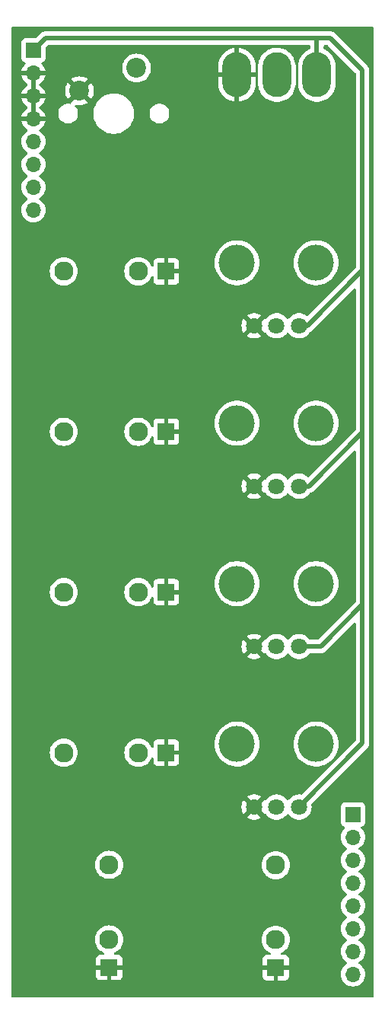
<source format=gbr>
%TF.GenerationSoftware,KiCad,Pcbnew,8.0.5*%
%TF.CreationDate,2024-10-13T12:49:13-04:00*%
%TF.ProjectId,2024.10.10 Bing Bong Drum Module CONTROL,32303234-2e31-4302-9e31-302042696e67,rev?*%
%TF.SameCoordinates,Original*%
%TF.FileFunction,Copper,L2,Bot*%
%TF.FilePolarity,Positive*%
%FSLAX46Y46*%
G04 Gerber Fmt 4.6, Leading zero omitted, Abs format (unit mm)*
G04 Created by KiCad (PCBNEW 8.0.5) date 2024-10-13 12:49:13*
%MOMM*%
%LPD*%
G01*
G04 APERTURE LIST*
%TA.AperFunction,ComponentPad*%
%ADD10R,1.830000X1.930000*%
%TD*%
%TA.AperFunction,ComponentPad*%
%ADD11C,2.130000*%
%TD*%
%TA.AperFunction,ComponentPad*%
%ADD12R,1.930000X1.830000*%
%TD*%
%TA.AperFunction,WasherPad*%
%ADD13C,4.000000*%
%TD*%
%TA.AperFunction,ComponentPad*%
%ADD14C,1.800000*%
%TD*%
%TA.AperFunction,ComponentPad*%
%ADD15O,3.200000X5.000000*%
%TD*%
%TA.AperFunction,ComponentPad*%
%ADD16R,1.700000X1.700000*%
%TD*%
%TA.AperFunction,ComponentPad*%
%ADD17O,1.700000X1.700000*%
%TD*%
%TA.AperFunction,ComponentPad*%
%ADD18C,2.200000*%
%TD*%
%TA.AperFunction,Conductor*%
%ADD19C,0.500000*%
%TD*%
G04 APERTURE END LIST*
D10*
%TO.P,J5,S*%
%TO.N,GND*%
X138176000Y-126426000D03*
D11*
%TO.P,J5,T*%
%TO.N,CV_4*%
X126776000Y-126426000D03*
%TO.P,J5,TN*%
%TO.N,unconnected-(J5-PadTN)*%
X135076000Y-126426000D03*
%TD*%
D12*
%TO.P,J6,S*%
%TO.N,GND*%
X131826000Y-150306000D03*
D11*
%TO.P,J6,T*%
%TO.N,TRIG_IN*%
X131826000Y-138906000D03*
%TO.P,J6,TN*%
%TO.N,unconnected-(J6-PadTN)*%
X131826000Y-147206000D03*
%TD*%
D10*
%TO.P,J2,S*%
%TO.N,GND*%
X138176000Y-72898000D03*
D11*
%TO.P,J2,T*%
%TO.N,CV_1*%
X126776000Y-72898000D03*
%TO.P,J2,TN*%
%TO.N,unconnected-(J2-PadTN)*%
X135076000Y-72898000D03*
%TD*%
D10*
%TO.P,J4,S*%
%TO.N,GND*%
X138176000Y-108583332D03*
D11*
%TO.P,J4,T*%
%TO.N,CV_3*%
X126776000Y-108583332D03*
%TO.P,J4,TN*%
%TO.N,unconnected-(J4-PadTN)*%
X135076000Y-108583332D03*
%TD*%
D13*
%TO.P,RV7,*%
%TO.N,*%
X146050000Y-125476000D03*
X154850000Y-125476000D03*
D14*
%TO.P,RV7,1,1*%
%TO.N,+3.3V*%
X152950000Y-132476000D03*
%TO.P,RV7,2,2*%
%TO.N,POT_4*%
X150450000Y-132476000D03*
%TO.P,RV7,3,3*%
%TO.N,GND*%
X147950000Y-132476000D03*
%TD*%
D15*
%TO.P,SW2,1,A*%
%TO.N,+3.3V*%
X154940000Y-51054000D03*
%TO.P,SW2,2,B*%
%TO.N,D9*%
X150490000Y-51054000D03*
%TO.P,SW2,3,C*%
%TO.N,GND*%
X146040000Y-51054000D03*
%TD*%
D13*
%TO.P,RV1,*%
%TO.N,*%
X146050000Y-71948000D03*
X154850000Y-71948000D03*
D14*
%TO.P,RV1,1,1*%
%TO.N,+3.3V*%
X152950000Y-78948000D03*
%TO.P,RV1,2,2*%
%TO.N,POT_1*%
X150450000Y-78948000D03*
%TO.P,RV1,3,3*%
%TO.N,GND*%
X147950000Y-78948000D03*
%TD*%
D13*
%TO.P,RV5,*%
%TO.N,*%
X146050000Y-89790666D03*
X154850000Y-89790666D03*
D14*
%TO.P,RV5,1,1*%
%TO.N,+3.3V*%
X152950000Y-96790666D03*
%TO.P,RV5,2,2*%
%TO.N,POT_2*%
X150450000Y-96790666D03*
%TO.P,RV5,3,3*%
%TO.N,GND*%
X147950000Y-96790666D03*
%TD*%
D12*
%TO.P,J1,S*%
%TO.N,GND*%
X150368000Y-150338000D03*
D11*
%TO.P,J1,T*%
%TO.N,AUDIO_OUT*%
X150368000Y-138938000D03*
%TO.P,J1,TN*%
%TO.N,unconnected-(J1-PadTN)*%
X150368000Y-147238000D03*
%TD*%
D16*
%TO.P,J8,1,Pin_1*%
%TO.N,+3.3V*%
X123393200Y-48311200D03*
D17*
%TO.P,J8,2,Pin_2*%
%TO.N,GND*%
X123393200Y-50851200D03*
%TO.P,J8,3,Pin_3*%
X123393200Y-53391200D03*
%TO.P,J8,4,Pin_4*%
X123393200Y-55931200D03*
%TO.P,J8,5,Pin_5*%
%TO.N,D9*%
X123393200Y-58471200D03*
%TO.P,J8,6,Pin_6*%
%TO.N,D7*%
X123393200Y-61011200D03*
%TO.P,J8,7,Pin_7*%
%TO.N,TRIG_IN*%
X123393200Y-63551200D03*
%TO.P,J8,8,Pin_8*%
%TO.N,AUDIO_OUT*%
X123393200Y-66091200D03*
%TD*%
D16*
%TO.P,J9,1,Pin_1*%
%TO.N,POT_1*%
X158953200Y-133299600D03*
D17*
%TO.P,J9,2,Pin_2*%
%TO.N,CV_1*%
X158953200Y-135839600D03*
%TO.P,J9,3,Pin_3*%
%TO.N,POT_2*%
X158953200Y-138379600D03*
%TO.P,J9,4,Pin_4*%
%TO.N,CV_2*%
X158953200Y-140919600D03*
%TO.P,J9,5,Pin_5*%
%TO.N,POT_3*%
X158953200Y-143459600D03*
%TO.P,J9,6,Pin_6*%
%TO.N,CV_3*%
X158953200Y-145999600D03*
%TO.P,J9,7,Pin_7*%
%TO.N,POT_4*%
X158953200Y-148539600D03*
%TO.P,J9,8,Pin_8*%
%TO.N,CV_4*%
X158953200Y-151079600D03*
%TD*%
D18*
%TO.P,SW1,1,1*%
%TO.N,D7*%
X134874000Y-50292000D03*
%TO.P,SW1,2,2*%
%TO.N,GND*%
X128524000Y-52832000D03*
%TD*%
D10*
%TO.P,J3,S*%
%TO.N,GND*%
X138176000Y-90740666D03*
D11*
%TO.P,J3,T*%
%TO.N,CV_2*%
X126776000Y-90740666D03*
%TO.P,J3,TN*%
%TO.N,unconnected-(J3-PadTN)*%
X135076000Y-90740666D03*
%TD*%
D13*
%TO.P,RV6,*%
%TO.N,*%
X146050000Y-107633332D03*
X154850000Y-107633332D03*
D14*
%TO.P,RV6,1,1*%
%TO.N,+3.3V*%
X152950000Y-114633332D03*
%TO.P,RV6,2,2*%
%TO.N,POT_3*%
X150450000Y-114633332D03*
%TO.P,RV6,3,3*%
%TO.N,GND*%
X147950000Y-114633332D03*
%TD*%
D19*
%TO.N,+3.3V*%
X155100000Y-46990000D02*
X156464000Y-46990000D01*
X152950000Y-96790666D02*
X154091334Y-96790666D01*
X160020000Y-72644000D02*
X160020000Y-90678000D01*
X160020000Y-90678000D02*
X160020000Y-108134000D01*
X160020000Y-125406000D02*
X152950000Y-132476000D01*
X160020000Y-108134000D02*
X160020000Y-109982000D01*
X152950000Y-78948000D02*
X153900000Y-78948000D01*
X160020000Y-109982000D02*
X155368668Y-114633332D01*
X153900000Y-78948000D02*
X160020000Y-72828000D01*
X123393200Y-48311200D02*
X124714400Y-46990000D01*
X160020000Y-72828000D02*
X160020000Y-72644000D01*
X124714400Y-46990000D02*
X155100000Y-46990000D01*
X154940000Y-47150000D02*
X155100000Y-46990000D01*
X160020000Y-50546000D02*
X160020000Y-72644000D01*
X155368668Y-114633332D02*
X152950000Y-114633332D01*
X160020000Y-108134000D02*
X160020000Y-125406000D01*
X154940000Y-51054000D02*
X154940000Y-47150000D01*
X156464000Y-46990000D02*
X160020000Y-50546000D01*
X154091334Y-96790666D02*
X160020000Y-90862000D01*
X160020000Y-90862000D02*
X160020000Y-90678000D01*
%TD*%
%TA.AperFunction,Conductor*%
%TO.N,GND*%
G36*
X123643200Y-55498188D02*
G01*
X123586193Y-55465275D01*
X123459026Y-55431200D01*
X123327374Y-55431200D01*
X123200207Y-55465275D01*
X123143200Y-55498188D01*
X123143200Y-53824212D01*
X123200207Y-53857125D01*
X123327374Y-53891200D01*
X123459026Y-53891200D01*
X123586193Y-53857125D01*
X123643200Y-53824212D01*
X123643200Y-55498188D01*
G37*
%TD.AperFunction*%
%TA.AperFunction,Conductor*%
G36*
X123643200Y-52958188D02*
G01*
X123586193Y-52925275D01*
X123459026Y-52891200D01*
X123327374Y-52891200D01*
X123200207Y-52925275D01*
X123143200Y-52958188D01*
X123143200Y-51284212D01*
X123200207Y-51317125D01*
X123327374Y-51351200D01*
X123459026Y-51351200D01*
X123586193Y-51317125D01*
X123643200Y-51284212D01*
X123643200Y-52958188D01*
G37*
%TD.AperFunction*%
%TA.AperFunction,Conductor*%
G36*
X161190039Y-45714685D02*
G01*
X161235794Y-45767489D01*
X161247000Y-45819000D01*
X161247000Y-153521000D01*
X161227315Y-153588039D01*
X161174511Y-153633794D01*
X161123000Y-153645000D01*
X121071000Y-153645000D01*
X121003961Y-153625315D01*
X120958206Y-153572511D01*
X120947000Y-153521000D01*
X120947000Y-147206000D01*
X130255659Y-147206000D01*
X130274993Y-147451658D01*
X130332517Y-147691264D01*
X130426815Y-147918920D01*
X130555563Y-148129018D01*
X130555564Y-148129020D01*
X130609795Y-148192516D01*
X130715601Y-148316399D01*
X130860648Y-148440280D01*
X130902979Y-148476435D01*
X130902981Y-148476436D01*
X131113080Y-148605184D01*
X131113079Y-148605184D01*
X131227162Y-148652439D01*
X131281565Y-148696280D01*
X131303630Y-148762574D01*
X131286351Y-148830274D01*
X131235213Y-148877884D01*
X131179709Y-148891000D01*
X130813155Y-148891000D01*
X130753627Y-148897401D01*
X130753620Y-148897403D01*
X130618913Y-148947645D01*
X130618906Y-148947649D01*
X130503812Y-149033809D01*
X130503809Y-149033812D01*
X130417649Y-149148906D01*
X130417645Y-149148913D01*
X130367403Y-149283620D01*
X130367401Y-149283627D01*
X130361000Y-149343155D01*
X130361000Y-150056000D01*
X131269294Y-150056000D01*
X131239442Y-150128069D01*
X131216000Y-150245920D01*
X131216000Y-150366080D01*
X131239442Y-150483931D01*
X131269294Y-150556000D01*
X130361000Y-150556000D01*
X130361000Y-151268844D01*
X130367401Y-151328372D01*
X130367403Y-151328379D01*
X130417645Y-151463086D01*
X130417649Y-151463093D01*
X130503809Y-151578187D01*
X130503812Y-151578190D01*
X130618906Y-151664350D01*
X130618913Y-151664354D01*
X130753620Y-151714596D01*
X130753627Y-151714598D01*
X130813155Y-151720999D01*
X130813172Y-151721000D01*
X131576000Y-151721000D01*
X131576000Y-150862706D01*
X131648069Y-150892558D01*
X131765920Y-150916000D01*
X131886080Y-150916000D01*
X132003931Y-150892558D01*
X132076000Y-150862706D01*
X132076000Y-151721000D01*
X132838828Y-151721000D01*
X132838844Y-151720999D01*
X132898372Y-151714598D01*
X132898379Y-151714596D01*
X133033086Y-151664354D01*
X133033093Y-151664350D01*
X133148187Y-151578190D01*
X133148190Y-151578187D01*
X133234350Y-151463093D01*
X133234354Y-151463086D01*
X133284596Y-151328379D01*
X133284598Y-151328372D01*
X133290999Y-151268844D01*
X133291000Y-151268827D01*
X133291000Y-150556000D01*
X132382706Y-150556000D01*
X132412558Y-150483931D01*
X132436000Y-150366080D01*
X132436000Y-150245920D01*
X132412558Y-150128069D01*
X132382706Y-150056000D01*
X133291000Y-150056000D01*
X133291000Y-149343172D01*
X133290999Y-149343155D01*
X133284598Y-149283627D01*
X133284596Y-149283620D01*
X133234354Y-149148913D01*
X133234350Y-149148906D01*
X133148190Y-149033812D01*
X133148187Y-149033809D01*
X133033093Y-148947649D01*
X133033086Y-148947645D01*
X132898379Y-148897403D01*
X132898372Y-148897401D01*
X132838844Y-148891000D01*
X132472291Y-148891000D01*
X132405252Y-148871315D01*
X132359497Y-148818511D01*
X132349553Y-148749353D01*
X132378578Y-148685797D01*
X132424838Y-148652439D01*
X132538920Y-148605184D01*
X132749018Y-148476436D01*
X132749020Y-148476435D01*
X132749020Y-148476434D01*
X132749023Y-148476433D01*
X132936399Y-148316399D01*
X133096433Y-148129023D01*
X133225184Y-147918920D01*
X133319483Y-147691262D01*
X133377007Y-147451655D01*
X133393822Y-147238000D01*
X148797659Y-147238000D01*
X148816993Y-147483658D01*
X148874517Y-147723264D01*
X148968815Y-147950920D01*
X149097563Y-148161018D01*
X149097564Y-148161020D01*
X149097567Y-148161023D01*
X149257601Y-148348399D01*
X149402648Y-148472280D01*
X149444979Y-148508435D01*
X149444981Y-148508436D01*
X149655080Y-148637184D01*
X149655079Y-148637184D01*
X149769162Y-148684439D01*
X149823565Y-148728280D01*
X149845630Y-148794574D01*
X149828351Y-148862274D01*
X149777213Y-148909884D01*
X149721709Y-148923000D01*
X149355155Y-148923000D01*
X149295627Y-148929401D01*
X149295620Y-148929403D01*
X149160913Y-148979645D01*
X149160906Y-148979649D01*
X149045812Y-149065809D01*
X149045809Y-149065812D01*
X148959649Y-149180906D01*
X148959645Y-149180913D01*
X148909403Y-149315620D01*
X148909401Y-149315627D01*
X148903000Y-149375155D01*
X148903000Y-150088000D01*
X149811294Y-150088000D01*
X149781442Y-150160069D01*
X149758000Y-150277920D01*
X149758000Y-150398080D01*
X149781442Y-150515931D01*
X149811294Y-150588000D01*
X148903000Y-150588000D01*
X148903000Y-151300844D01*
X148909401Y-151360372D01*
X148909403Y-151360379D01*
X148959645Y-151495086D01*
X148959649Y-151495093D01*
X149045809Y-151610187D01*
X149045812Y-151610190D01*
X149160906Y-151696350D01*
X149160913Y-151696354D01*
X149295620Y-151746596D01*
X149295627Y-151746598D01*
X149355155Y-151752999D01*
X149355172Y-151753000D01*
X150118000Y-151753000D01*
X150118000Y-150894706D01*
X150190069Y-150924558D01*
X150307920Y-150948000D01*
X150428080Y-150948000D01*
X150545931Y-150924558D01*
X150618000Y-150894706D01*
X150618000Y-151753000D01*
X151380828Y-151753000D01*
X151380844Y-151752999D01*
X151440372Y-151746598D01*
X151440379Y-151746596D01*
X151575086Y-151696354D01*
X151575093Y-151696350D01*
X151690187Y-151610190D01*
X151690190Y-151610187D01*
X151776350Y-151495093D01*
X151776354Y-151495086D01*
X151826596Y-151360379D01*
X151826598Y-151360372D01*
X151832999Y-151300844D01*
X151833000Y-151300827D01*
X151833000Y-150588000D01*
X150924706Y-150588000D01*
X150954558Y-150515931D01*
X150978000Y-150398080D01*
X150978000Y-150277920D01*
X150954558Y-150160069D01*
X150924706Y-150088000D01*
X151833000Y-150088000D01*
X151833000Y-149375172D01*
X151832999Y-149375155D01*
X151826598Y-149315627D01*
X151826596Y-149315620D01*
X151776354Y-149180913D01*
X151776350Y-149180906D01*
X151690190Y-149065812D01*
X151690187Y-149065809D01*
X151575093Y-148979649D01*
X151575086Y-148979645D01*
X151440379Y-148929403D01*
X151440372Y-148929401D01*
X151380844Y-148923000D01*
X151014291Y-148923000D01*
X150947252Y-148903315D01*
X150901497Y-148850511D01*
X150891553Y-148781353D01*
X150920578Y-148717797D01*
X150966838Y-148684439D01*
X151080920Y-148637184D01*
X151291018Y-148508436D01*
X151291020Y-148508435D01*
X151291020Y-148508434D01*
X151291023Y-148508433D01*
X151478399Y-148348399D01*
X151638433Y-148161023D01*
X151767184Y-147950920D01*
X151861483Y-147723262D01*
X151919007Y-147483655D01*
X151938341Y-147238000D01*
X151919007Y-146992345D01*
X151861483Y-146752738D01*
X151830291Y-146677434D01*
X151767184Y-146525079D01*
X151638436Y-146314981D01*
X151638435Y-146314979D01*
X151570129Y-146235003D01*
X151478399Y-146127601D01*
X151328528Y-145999599D01*
X151291020Y-145967564D01*
X151291018Y-145967563D01*
X151080920Y-145838815D01*
X150853264Y-145744517D01*
X150613658Y-145686993D01*
X150368000Y-145667659D01*
X150122341Y-145686993D01*
X149882735Y-145744517D01*
X149655079Y-145838815D01*
X149444981Y-145967563D01*
X149444979Y-145967564D01*
X149257601Y-146127601D01*
X149097564Y-146314979D01*
X149097563Y-146314981D01*
X148968815Y-146525079D01*
X148874517Y-146752735D01*
X148816993Y-146992341D01*
X148797659Y-147238000D01*
X133393822Y-147238000D01*
X133396341Y-147206000D01*
X133377007Y-146960345D01*
X133319483Y-146720738D01*
X133301546Y-146677434D01*
X133225184Y-146493079D01*
X133096436Y-146282981D01*
X133096435Y-146282979D01*
X133055459Y-146235003D01*
X132936399Y-146095601D01*
X132786486Y-145967563D01*
X132749020Y-145935564D01*
X132749018Y-145935563D01*
X132538920Y-145806815D01*
X132311264Y-145712517D01*
X132071658Y-145654993D01*
X131826000Y-145635659D01*
X131580341Y-145654993D01*
X131340735Y-145712517D01*
X131113079Y-145806815D01*
X130902981Y-145935563D01*
X130902979Y-145935564D01*
X130715601Y-146095601D01*
X130555564Y-146282979D01*
X130555563Y-146282981D01*
X130426815Y-146493079D01*
X130332517Y-146720735D01*
X130274993Y-146960341D01*
X130255659Y-147206000D01*
X120947000Y-147206000D01*
X120947000Y-138906000D01*
X130255659Y-138906000D01*
X130274993Y-139151658D01*
X130332517Y-139391264D01*
X130426815Y-139618920D01*
X130555563Y-139829018D01*
X130555564Y-139829020D01*
X130600046Y-139881101D01*
X130715601Y-140016399D01*
X130860648Y-140140280D01*
X130902979Y-140176435D01*
X130902981Y-140176436D01*
X131113079Y-140305184D01*
X131340735Y-140399482D01*
X131340736Y-140399482D01*
X131340738Y-140399483D01*
X131580345Y-140457007D01*
X131826000Y-140476341D01*
X132071655Y-140457007D01*
X132311262Y-140399483D01*
X132538920Y-140305184D01*
X132749023Y-140176433D01*
X132936399Y-140016399D01*
X133096433Y-139829023D01*
X133225184Y-139618920D01*
X133319483Y-139391262D01*
X133377007Y-139151655D01*
X133393822Y-138938000D01*
X148797659Y-138938000D01*
X148816993Y-139183658D01*
X148874517Y-139423264D01*
X148968815Y-139650920D01*
X149097563Y-139861018D01*
X149097564Y-139861020D01*
X149114719Y-139881106D01*
X149257601Y-140048399D01*
X149402648Y-140172280D01*
X149444979Y-140208435D01*
X149444981Y-140208436D01*
X149655079Y-140337184D01*
X149882735Y-140431482D01*
X149882736Y-140431482D01*
X149882738Y-140431483D01*
X150122345Y-140489007D01*
X150368000Y-140508341D01*
X150613655Y-140489007D01*
X150853262Y-140431483D01*
X151080920Y-140337184D01*
X151291023Y-140208433D01*
X151478399Y-140048399D01*
X151638433Y-139861023D01*
X151767184Y-139650920D01*
X151861483Y-139423262D01*
X151919007Y-139183655D01*
X151938341Y-138938000D01*
X151919007Y-138692345D01*
X151861483Y-138452738D01*
X151848227Y-138420735D01*
X151767184Y-138225079D01*
X151638436Y-138014981D01*
X151638435Y-138014979D01*
X151553843Y-137915935D01*
X151478399Y-137827601D01*
X151331071Y-137701771D01*
X151291020Y-137667564D01*
X151291018Y-137667563D01*
X151080920Y-137538815D01*
X150853264Y-137444517D01*
X150613658Y-137386993D01*
X150368000Y-137367659D01*
X150122341Y-137386993D01*
X149882735Y-137444517D01*
X149655079Y-137538815D01*
X149444981Y-137667563D01*
X149444979Y-137667564D01*
X149257601Y-137827601D01*
X149097564Y-138014979D01*
X149097563Y-138014981D01*
X148968815Y-138225079D01*
X148874517Y-138452735D01*
X148816993Y-138692341D01*
X148797659Y-138938000D01*
X133393822Y-138938000D01*
X133396341Y-138906000D01*
X133377007Y-138660345D01*
X133319483Y-138420738D01*
X133238439Y-138225080D01*
X133225184Y-138193079D01*
X133096436Y-137982981D01*
X133096435Y-137982979D01*
X133039181Y-137915944D01*
X132936399Y-137795601D01*
X132786486Y-137667563D01*
X132749020Y-137635564D01*
X132749018Y-137635563D01*
X132538920Y-137506815D01*
X132311264Y-137412517D01*
X132071658Y-137354993D01*
X131826000Y-137335659D01*
X131580341Y-137354993D01*
X131340735Y-137412517D01*
X131113079Y-137506815D01*
X130902981Y-137635563D01*
X130902979Y-137635564D01*
X130715601Y-137795601D01*
X130555564Y-137982979D01*
X130555563Y-137982981D01*
X130426815Y-138193079D01*
X130332517Y-138420735D01*
X130274993Y-138660341D01*
X130255659Y-138906000D01*
X120947000Y-138906000D01*
X120947000Y-135839599D01*
X157597541Y-135839599D01*
X157597541Y-135839600D01*
X157618136Y-136075003D01*
X157618138Y-136075013D01*
X157679294Y-136303255D01*
X157679296Y-136303259D01*
X157679297Y-136303263D01*
X157779165Y-136517430D01*
X157779167Y-136517434D01*
X157914701Y-136710995D01*
X157914706Y-136711002D01*
X158081797Y-136878093D01*
X158081803Y-136878098D01*
X158267358Y-137008025D01*
X158310983Y-137062602D01*
X158318177Y-137132100D01*
X158286654Y-137194455D01*
X158267358Y-137211175D01*
X158081797Y-137341105D01*
X157914705Y-137508197D01*
X157779165Y-137701769D01*
X157779164Y-137701771D01*
X157679298Y-137915935D01*
X157679294Y-137915944D01*
X157618138Y-138144186D01*
X157618136Y-138144196D01*
X157597541Y-138379599D01*
X157597541Y-138379600D01*
X157618136Y-138615003D01*
X157618138Y-138615013D01*
X157679294Y-138843255D01*
X157679296Y-138843259D01*
X157679297Y-138843263D01*
X157708552Y-138906000D01*
X157779165Y-139057430D01*
X157779167Y-139057434D01*
X157914701Y-139250995D01*
X157914706Y-139251002D01*
X158081797Y-139418093D01*
X158081803Y-139418098D01*
X158267358Y-139548025D01*
X158310983Y-139602602D01*
X158318177Y-139672100D01*
X158286654Y-139734455D01*
X158267358Y-139751175D01*
X158081797Y-139881105D01*
X157914705Y-140048197D01*
X157779165Y-140241769D01*
X157779164Y-140241771D01*
X157679298Y-140455935D01*
X157679294Y-140455944D01*
X157618138Y-140684186D01*
X157618136Y-140684196D01*
X157597541Y-140919599D01*
X157597541Y-140919600D01*
X157618136Y-141155003D01*
X157618138Y-141155013D01*
X157679294Y-141383255D01*
X157679296Y-141383259D01*
X157679297Y-141383263D01*
X157779165Y-141597430D01*
X157779167Y-141597434D01*
X157914701Y-141790995D01*
X157914706Y-141791002D01*
X158081797Y-141958093D01*
X158081803Y-141958098D01*
X158267358Y-142088025D01*
X158310983Y-142142602D01*
X158318177Y-142212100D01*
X158286654Y-142274455D01*
X158267358Y-142291175D01*
X158081797Y-142421105D01*
X157914705Y-142588197D01*
X157779165Y-142781769D01*
X157779164Y-142781771D01*
X157679298Y-142995935D01*
X157679294Y-142995944D01*
X157618138Y-143224186D01*
X157618136Y-143224196D01*
X157597541Y-143459599D01*
X157597541Y-143459600D01*
X157618136Y-143695003D01*
X157618138Y-143695013D01*
X157679294Y-143923255D01*
X157679296Y-143923259D01*
X157679297Y-143923263D01*
X157779165Y-144137430D01*
X157779167Y-144137434D01*
X157914701Y-144330995D01*
X157914706Y-144331002D01*
X158081797Y-144498093D01*
X158081803Y-144498098D01*
X158267358Y-144628025D01*
X158310983Y-144682602D01*
X158318177Y-144752100D01*
X158286654Y-144814455D01*
X158267358Y-144831175D01*
X158081797Y-144961105D01*
X157914705Y-145128197D01*
X157779165Y-145321769D01*
X157779164Y-145321771D01*
X157679298Y-145535935D01*
X157679294Y-145535944D01*
X157618138Y-145764186D01*
X157618136Y-145764196D01*
X157597541Y-145999599D01*
X157597541Y-145999600D01*
X157618136Y-146235003D01*
X157618138Y-146235013D01*
X157679294Y-146463255D01*
X157679296Y-146463259D01*
X157679297Y-146463263D01*
X157708123Y-146525080D01*
X157779165Y-146677430D01*
X157779167Y-146677434D01*
X157914701Y-146870995D01*
X157914706Y-146871002D01*
X158081797Y-147038093D01*
X158081803Y-147038098D01*
X158267358Y-147168025D01*
X158310983Y-147222602D01*
X158318177Y-147292100D01*
X158286654Y-147354455D01*
X158267358Y-147371175D01*
X158081797Y-147501105D01*
X157914705Y-147668197D01*
X157779165Y-147861769D01*
X157779164Y-147861771D01*
X157679298Y-148075935D01*
X157679294Y-148075944D01*
X157618138Y-148304186D01*
X157618136Y-148304196D01*
X157597541Y-148539599D01*
X157597541Y-148539600D01*
X157618136Y-148775003D01*
X157618138Y-148775013D01*
X157679294Y-149003255D01*
X157679296Y-149003259D01*
X157679297Y-149003263D01*
X157747212Y-149148906D01*
X157779165Y-149217430D01*
X157779167Y-149217434D01*
X157914701Y-149410995D01*
X157914706Y-149411002D01*
X158081797Y-149578093D01*
X158081803Y-149578098D01*
X158267358Y-149708025D01*
X158310983Y-149762602D01*
X158318177Y-149832100D01*
X158286654Y-149894455D01*
X158267358Y-149911175D01*
X158081797Y-150041105D01*
X157914705Y-150208197D01*
X157779165Y-150401769D01*
X157779164Y-150401771D01*
X157679298Y-150615935D01*
X157679294Y-150615944D01*
X157618138Y-150844186D01*
X157618136Y-150844196D01*
X157597541Y-151079599D01*
X157597541Y-151079600D01*
X157618136Y-151315003D01*
X157618138Y-151315013D01*
X157679294Y-151543255D01*
X157679296Y-151543259D01*
X157679297Y-151543263D01*
X157710506Y-151610190D01*
X157779165Y-151757430D01*
X157779167Y-151757434D01*
X157887481Y-151912121D01*
X157914705Y-151951001D01*
X158081799Y-152118095D01*
X158178584Y-152185865D01*
X158275365Y-152253632D01*
X158275367Y-152253633D01*
X158275370Y-152253635D01*
X158489537Y-152353503D01*
X158717792Y-152414663D01*
X158906118Y-152431139D01*
X158953199Y-152435259D01*
X158953200Y-152435259D01*
X158953201Y-152435259D01*
X158992434Y-152431826D01*
X159188608Y-152414663D01*
X159416863Y-152353503D01*
X159631030Y-152253635D01*
X159824601Y-152118095D01*
X159991695Y-151951001D01*
X160127235Y-151757430D01*
X160227103Y-151543263D01*
X160288263Y-151315008D01*
X160308859Y-151079600D01*
X160288263Y-150844192D01*
X160227103Y-150615937D01*
X160127235Y-150401771D01*
X160018108Y-150245920D01*
X159991694Y-150208197D01*
X159824602Y-150041106D01*
X159824596Y-150041101D01*
X159639042Y-149911175D01*
X159595417Y-149856598D01*
X159588223Y-149787100D01*
X159619746Y-149724745D01*
X159639042Y-149708025D01*
X159661226Y-149692491D01*
X159824601Y-149578095D01*
X159991695Y-149411001D01*
X160127235Y-149217430D01*
X160227103Y-149003263D01*
X160288263Y-148775008D01*
X160308859Y-148539600D01*
X160288263Y-148304192D01*
X160227103Y-148075937D01*
X160127235Y-147861771D01*
X160030251Y-147723262D01*
X159991694Y-147668197D01*
X159824602Y-147501106D01*
X159824596Y-147501101D01*
X159639042Y-147371175D01*
X159595417Y-147316598D01*
X159588223Y-147247100D01*
X159619746Y-147184745D01*
X159639042Y-147168025D01*
X159661226Y-147152491D01*
X159824601Y-147038095D01*
X159991695Y-146871001D01*
X160127235Y-146677430D01*
X160227103Y-146463263D01*
X160288263Y-146235008D01*
X160308859Y-145999600D01*
X160288263Y-145764192D01*
X160227103Y-145535937D01*
X160127235Y-145321771D01*
X159991695Y-145128199D01*
X159991694Y-145128197D01*
X159824602Y-144961106D01*
X159824596Y-144961101D01*
X159639042Y-144831175D01*
X159595417Y-144776598D01*
X159588223Y-144707100D01*
X159619746Y-144644745D01*
X159639042Y-144628025D01*
X159661226Y-144612491D01*
X159824601Y-144498095D01*
X159991695Y-144331001D01*
X160127235Y-144137430D01*
X160227103Y-143923263D01*
X160288263Y-143695008D01*
X160308859Y-143459600D01*
X160288263Y-143224192D01*
X160227103Y-142995937D01*
X160127235Y-142781771D01*
X159991695Y-142588199D01*
X159991694Y-142588197D01*
X159824602Y-142421106D01*
X159824596Y-142421101D01*
X159639042Y-142291175D01*
X159595417Y-142236598D01*
X159588223Y-142167100D01*
X159619746Y-142104745D01*
X159639042Y-142088025D01*
X159661226Y-142072491D01*
X159824601Y-141958095D01*
X159991695Y-141791001D01*
X160127235Y-141597430D01*
X160227103Y-141383263D01*
X160288263Y-141155008D01*
X160308859Y-140919600D01*
X160288263Y-140684192D01*
X160227390Y-140457007D01*
X160227105Y-140455944D01*
X160227104Y-140455943D01*
X160227103Y-140455937D01*
X160127235Y-140241771D01*
X160081488Y-140176436D01*
X159991694Y-140048197D01*
X159824602Y-139881106D01*
X159824596Y-139881101D01*
X159639042Y-139751175D01*
X159595417Y-139696598D01*
X159588223Y-139627100D01*
X159619746Y-139564745D01*
X159639042Y-139548025D01*
X159661226Y-139532491D01*
X159824601Y-139418095D01*
X159991695Y-139251001D01*
X160127235Y-139057430D01*
X160227103Y-138843263D01*
X160288263Y-138615008D01*
X160308859Y-138379600D01*
X160288263Y-138144192D01*
X160227103Y-137915937D01*
X160127235Y-137701771D01*
X160103286Y-137667567D01*
X159991694Y-137508197D01*
X159824602Y-137341106D01*
X159824596Y-137341101D01*
X159639042Y-137211175D01*
X159595417Y-137156598D01*
X159588223Y-137087100D01*
X159619746Y-137024745D01*
X159639042Y-137008025D01*
X159661226Y-136992491D01*
X159824601Y-136878095D01*
X159991695Y-136711001D01*
X160127235Y-136517430D01*
X160227103Y-136303263D01*
X160288263Y-136075008D01*
X160308859Y-135839600D01*
X160288263Y-135604192D01*
X160227103Y-135375937D01*
X160127235Y-135161771D01*
X159991695Y-134968199D01*
X159869767Y-134846271D01*
X159836284Y-134784951D01*
X159841268Y-134715259D01*
X159883139Y-134659325D01*
X159914115Y-134642410D01*
X160045531Y-134593396D01*
X160160746Y-134507146D01*
X160246996Y-134391931D01*
X160297291Y-134257083D01*
X160303700Y-134197473D01*
X160303699Y-132401728D01*
X160297291Y-132342117D01*
X160275244Y-132283007D01*
X160246997Y-132207271D01*
X160246993Y-132207264D01*
X160160747Y-132092055D01*
X160160744Y-132092052D01*
X160045535Y-132005806D01*
X160045528Y-132005802D01*
X159910682Y-131955508D01*
X159910683Y-131955508D01*
X159851083Y-131949101D01*
X159851081Y-131949100D01*
X159851073Y-131949100D01*
X159851064Y-131949100D01*
X158055329Y-131949100D01*
X158055323Y-131949101D01*
X157995716Y-131955508D01*
X157860871Y-132005802D01*
X157860864Y-132005806D01*
X157745655Y-132092052D01*
X157745652Y-132092055D01*
X157659406Y-132207264D01*
X157659402Y-132207271D01*
X157609108Y-132342117D01*
X157602701Y-132401716D01*
X157602701Y-132401723D01*
X157602700Y-132401735D01*
X157602700Y-134197470D01*
X157602701Y-134197476D01*
X157609108Y-134257083D01*
X157659402Y-134391928D01*
X157659406Y-134391935D01*
X157745652Y-134507144D01*
X157745655Y-134507147D01*
X157860864Y-134593393D01*
X157860871Y-134593397D01*
X157992281Y-134642410D01*
X158048215Y-134684281D01*
X158072632Y-134749745D01*
X158057780Y-134818018D01*
X158036630Y-134846273D01*
X157914703Y-134968200D01*
X157779165Y-135161769D01*
X157779164Y-135161771D01*
X157679298Y-135375935D01*
X157679294Y-135375944D01*
X157618138Y-135604186D01*
X157618136Y-135604196D01*
X157597541Y-135839599D01*
X120947000Y-135839599D01*
X120947000Y-126426000D01*
X125205659Y-126426000D01*
X125224993Y-126671658D01*
X125282517Y-126911264D01*
X125376815Y-127138920D01*
X125505563Y-127349018D01*
X125505564Y-127349020D01*
X125505567Y-127349023D01*
X125665601Y-127536399D01*
X125810648Y-127660280D01*
X125852979Y-127696435D01*
X125852981Y-127696436D01*
X126063079Y-127825184D01*
X126290735Y-127919482D01*
X126290736Y-127919482D01*
X126290738Y-127919483D01*
X126530345Y-127977007D01*
X126776000Y-127996341D01*
X127021655Y-127977007D01*
X127261262Y-127919483D01*
X127488920Y-127825184D01*
X127699023Y-127696433D01*
X127886399Y-127536399D01*
X128046433Y-127349023D01*
X128175184Y-127138920D01*
X128269483Y-126911262D01*
X128327007Y-126671655D01*
X128346341Y-126426000D01*
X133505659Y-126426000D01*
X133524993Y-126671658D01*
X133582517Y-126911264D01*
X133676815Y-127138920D01*
X133805563Y-127349018D01*
X133805564Y-127349020D01*
X133805567Y-127349023D01*
X133965601Y-127536399D01*
X134110648Y-127660280D01*
X134152979Y-127696435D01*
X134152981Y-127696436D01*
X134363079Y-127825184D01*
X134590735Y-127919482D01*
X134590736Y-127919482D01*
X134590738Y-127919483D01*
X134830345Y-127977007D01*
X135076000Y-127996341D01*
X135321655Y-127977007D01*
X135561262Y-127919483D01*
X135788920Y-127825184D01*
X135999023Y-127696433D01*
X136186399Y-127536399D01*
X136346433Y-127349023D01*
X136475184Y-127138920D01*
X136522439Y-127024837D01*
X136566280Y-126970434D01*
X136632574Y-126948369D01*
X136700273Y-126965648D01*
X136747884Y-127016785D01*
X136761000Y-127072290D01*
X136761000Y-127438844D01*
X136767401Y-127498372D01*
X136767403Y-127498379D01*
X136817645Y-127633086D01*
X136817649Y-127633093D01*
X136903809Y-127748187D01*
X136903812Y-127748190D01*
X137018906Y-127834350D01*
X137018913Y-127834354D01*
X137153620Y-127884596D01*
X137153627Y-127884598D01*
X137213155Y-127890999D01*
X137213172Y-127891000D01*
X137926000Y-127891000D01*
X137926000Y-126982706D01*
X137998069Y-127012558D01*
X138115920Y-127036000D01*
X138236080Y-127036000D01*
X138353931Y-127012558D01*
X138426000Y-126982706D01*
X138426000Y-127891000D01*
X139138828Y-127891000D01*
X139138844Y-127890999D01*
X139198372Y-127884598D01*
X139198379Y-127884596D01*
X139333086Y-127834354D01*
X139333093Y-127834350D01*
X139448187Y-127748190D01*
X139448190Y-127748187D01*
X139534350Y-127633093D01*
X139534354Y-127633086D01*
X139584596Y-127498379D01*
X139584598Y-127498372D01*
X139590999Y-127438844D01*
X139591000Y-127438827D01*
X139591000Y-126676000D01*
X138732706Y-126676000D01*
X138762558Y-126603931D01*
X138786000Y-126486080D01*
X138786000Y-126365920D01*
X138762558Y-126248069D01*
X138732706Y-126176000D01*
X139591000Y-126176000D01*
X139591000Y-125475994D01*
X143544556Y-125475994D01*
X143544556Y-125476005D01*
X143564310Y-125790004D01*
X143564311Y-125790011D01*
X143623270Y-126099083D01*
X143720497Y-126398316D01*
X143720499Y-126398321D01*
X143854461Y-126683003D01*
X143854464Y-126683009D01*
X144023051Y-126948661D01*
X144023054Y-126948665D01*
X144223606Y-127191090D01*
X144223608Y-127191092D01*
X144223610Y-127191094D01*
X144391782Y-127349018D01*
X144452968Y-127406476D01*
X144452978Y-127406484D01*
X144707504Y-127591408D01*
X144707509Y-127591410D01*
X144707516Y-127591416D01*
X144983234Y-127742994D01*
X144983239Y-127742996D01*
X144983241Y-127742997D01*
X144983242Y-127742998D01*
X145275771Y-127858818D01*
X145275774Y-127858819D01*
X145580523Y-127937065D01*
X145580527Y-127937066D01*
X145646010Y-127945338D01*
X145892670Y-127976499D01*
X145892679Y-127976499D01*
X145892682Y-127976500D01*
X145892684Y-127976500D01*
X146207316Y-127976500D01*
X146207318Y-127976500D01*
X146207321Y-127976499D01*
X146207329Y-127976499D01*
X146393593Y-127952968D01*
X146519473Y-127937066D01*
X146824225Y-127858819D01*
X146886027Y-127834350D01*
X147116757Y-127742998D01*
X147116758Y-127742997D01*
X147116756Y-127742997D01*
X147116766Y-127742994D01*
X147392484Y-127591416D01*
X147647030Y-127406478D01*
X147876390Y-127191094D01*
X148076947Y-126948663D01*
X148245537Y-126683007D01*
X148379503Y-126398315D01*
X148476731Y-126099079D01*
X148535688Y-125790015D01*
X148535689Y-125790004D01*
X148555444Y-125476005D01*
X148555444Y-125475994D01*
X152344556Y-125475994D01*
X152344556Y-125476005D01*
X152364310Y-125790004D01*
X152364311Y-125790011D01*
X152423270Y-126099083D01*
X152520497Y-126398316D01*
X152520499Y-126398321D01*
X152654461Y-126683003D01*
X152654464Y-126683009D01*
X152823051Y-126948661D01*
X152823054Y-126948665D01*
X153023606Y-127191090D01*
X153023608Y-127191092D01*
X153023610Y-127191094D01*
X153191782Y-127349018D01*
X153252968Y-127406476D01*
X153252978Y-127406484D01*
X153507504Y-127591408D01*
X153507509Y-127591410D01*
X153507516Y-127591416D01*
X153783234Y-127742994D01*
X153783239Y-127742996D01*
X153783241Y-127742997D01*
X153783242Y-127742998D01*
X154075771Y-127858818D01*
X154075774Y-127858819D01*
X154380523Y-127937065D01*
X154380527Y-127937066D01*
X154446010Y-127945338D01*
X154692670Y-127976499D01*
X154692679Y-127976499D01*
X154692682Y-127976500D01*
X154692684Y-127976500D01*
X155007316Y-127976500D01*
X155007318Y-127976500D01*
X155007321Y-127976499D01*
X155007329Y-127976499D01*
X155193593Y-127952968D01*
X155319473Y-127937066D01*
X155624225Y-127858819D01*
X155686027Y-127834350D01*
X155916757Y-127742998D01*
X155916758Y-127742997D01*
X155916756Y-127742997D01*
X155916766Y-127742994D01*
X156192484Y-127591416D01*
X156447030Y-127406478D01*
X156676390Y-127191094D01*
X156876947Y-126948663D01*
X157045537Y-126683007D01*
X157179503Y-126398315D01*
X157276731Y-126099079D01*
X157335688Y-125790015D01*
X157335689Y-125790004D01*
X157355444Y-125476005D01*
X157355444Y-125475994D01*
X157335689Y-125161995D01*
X157335688Y-125161988D01*
X157335688Y-125161985D01*
X157276731Y-124852921D01*
X157179503Y-124553685D01*
X157045537Y-124268993D01*
X156876947Y-124003337D01*
X156876945Y-124003334D01*
X156676393Y-123760909D01*
X156676391Y-123760907D01*
X156447031Y-123545523D01*
X156447021Y-123545515D01*
X156192495Y-123360591D01*
X156192488Y-123360586D01*
X156192484Y-123360584D01*
X155916766Y-123209006D01*
X155916763Y-123209004D01*
X155916758Y-123209002D01*
X155916757Y-123209001D01*
X155624228Y-123093181D01*
X155624225Y-123093180D01*
X155319476Y-123014934D01*
X155319463Y-123014932D01*
X155007329Y-122975500D01*
X155007318Y-122975500D01*
X154692682Y-122975500D01*
X154692670Y-122975500D01*
X154380536Y-123014932D01*
X154380523Y-123014934D01*
X154075774Y-123093180D01*
X154075771Y-123093181D01*
X153783242Y-123209001D01*
X153783241Y-123209002D01*
X153507516Y-123360584D01*
X153507504Y-123360591D01*
X153252978Y-123545515D01*
X153252968Y-123545523D01*
X153023608Y-123760907D01*
X153023606Y-123760909D01*
X152823054Y-124003334D01*
X152823051Y-124003338D01*
X152654464Y-124268990D01*
X152654461Y-124268996D01*
X152520499Y-124553678D01*
X152520497Y-124553683D01*
X152423270Y-124852916D01*
X152364311Y-125161988D01*
X152364310Y-125161995D01*
X152344556Y-125475994D01*
X148555444Y-125475994D01*
X148535689Y-125161995D01*
X148535688Y-125161988D01*
X148535688Y-125161985D01*
X148476731Y-124852921D01*
X148379503Y-124553685D01*
X148245537Y-124268993D01*
X148076947Y-124003337D01*
X148076945Y-124003334D01*
X147876393Y-123760909D01*
X147876391Y-123760907D01*
X147647031Y-123545523D01*
X147647021Y-123545515D01*
X147392495Y-123360591D01*
X147392488Y-123360586D01*
X147392484Y-123360584D01*
X147116766Y-123209006D01*
X147116763Y-123209004D01*
X147116758Y-123209002D01*
X147116757Y-123209001D01*
X146824228Y-123093181D01*
X146824225Y-123093180D01*
X146519476Y-123014934D01*
X146519463Y-123014932D01*
X146207329Y-122975500D01*
X146207318Y-122975500D01*
X145892682Y-122975500D01*
X145892670Y-122975500D01*
X145580536Y-123014932D01*
X145580523Y-123014934D01*
X145275774Y-123093180D01*
X145275771Y-123093181D01*
X144983242Y-123209001D01*
X144983241Y-123209002D01*
X144707516Y-123360584D01*
X144707504Y-123360591D01*
X144452978Y-123545515D01*
X144452968Y-123545523D01*
X144223608Y-123760907D01*
X144223606Y-123760909D01*
X144023054Y-124003334D01*
X144023051Y-124003338D01*
X143854464Y-124268990D01*
X143854461Y-124268996D01*
X143720499Y-124553678D01*
X143720497Y-124553683D01*
X143623270Y-124852916D01*
X143564311Y-125161988D01*
X143564310Y-125161995D01*
X143544556Y-125475994D01*
X139591000Y-125475994D01*
X139591000Y-125413172D01*
X139590999Y-125413155D01*
X139584598Y-125353627D01*
X139584596Y-125353620D01*
X139534354Y-125218913D01*
X139534350Y-125218906D01*
X139448190Y-125103812D01*
X139448187Y-125103809D01*
X139333093Y-125017649D01*
X139333086Y-125017645D01*
X139198379Y-124967403D01*
X139198372Y-124967401D01*
X139138844Y-124961000D01*
X138426000Y-124961000D01*
X138426000Y-125869293D01*
X138353931Y-125839442D01*
X138236080Y-125816000D01*
X138115920Y-125816000D01*
X137998069Y-125839442D01*
X137926000Y-125869293D01*
X137926000Y-124961000D01*
X137213155Y-124961000D01*
X137153627Y-124967401D01*
X137153620Y-124967403D01*
X137018913Y-125017645D01*
X137018906Y-125017649D01*
X136903812Y-125103809D01*
X136903809Y-125103812D01*
X136817649Y-125218906D01*
X136817645Y-125218913D01*
X136767403Y-125353620D01*
X136767401Y-125353627D01*
X136761000Y-125413155D01*
X136761000Y-125779709D01*
X136741315Y-125846748D01*
X136688511Y-125892503D01*
X136619353Y-125902447D01*
X136555797Y-125873422D01*
X136522439Y-125827162D01*
X136475184Y-125713079D01*
X136346436Y-125502981D01*
X136346435Y-125502979D01*
X136269718Y-125413155D01*
X136186399Y-125315601D01*
X136062516Y-125209795D01*
X135999020Y-125155564D01*
X135999018Y-125155563D01*
X135788920Y-125026815D01*
X135561264Y-124932517D01*
X135321658Y-124874993D01*
X135076000Y-124855659D01*
X134830341Y-124874993D01*
X134590735Y-124932517D01*
X134363079Y-125026815D01*
X134152981Y-125155563D01*
X134152979Y-125155564D01*
X133965601Y-125315601D01*
X133805564Y-125502979D01*
X133805563Y-125502981D01*
X133676815Y-125713079D01*
X133582517Y-125940735D01*
X133524993Y-126180341D01*
X133505659Y-126426000D01*
X128346341Y-126426000D01*
X128327007Y-126180345D01*
X128269483Y-125940738D01*
X128269482Y-125940735D01*
X128175184Y-125713079D01*
X128046436Y-125502981D01*
X128046435Y-125502979D01*
X127969718Y-125413155D01*
X127886399Y-125315601D01*
X127762516Y-125209795D01*
X127699020Y-125155564D01*
X127699018Y-125155563D01*
X127488920Y-125026815D01*
X127261264Y-124932517D01*
X127021658Y-124874993D01*
X126776000Y-124855659D01*
X126530341Y-124874993D01*
X126290735Y-124932517D01*
X126063079Y-125026815D01*
X125852981Y-125155563D01*
X125852979Y-125155564D01*
X125665601Y-125315601D01*
X125505564Y-125502979D01*
X125505563Y-125502981D01*
X125376815Y-125713079D01*
X125282517Y-125940735D01*
X125224993Y-126180341D01*
X125205659Y-126426000D01*
X120947000Y-126426000D01*
X120947000Y-108583332D01*
X125205659Y-108583332D01*
X125224993Y-108828990D01*
X125282517Y-109068596D01*
X125376815Y-109296252D01*
X125505563Y-109506350D01*
X125505564Y-109506352D01*
X125505567Y-109506355D01*
X125665601Y-109693731D01*
X125810648Y-109817612D01*
X125852979Y-109853767D01*
X125852981Y-109853768D01*
X126063079Y-109982516D01*
X126290735Y-110076814D01*
X126290736Y-110076814D01*
X126290738Y-110076815D01*
X126530345Y-110134339D01*
X126776000Y-110153673D01*
X127021655Y-110134339D01*
X127261262Y-110076815D01*
X127488920Y-109982516D01*
X127699023Y-109853765D01*
X127886399Y-109693731D01*
X128046433Y-109506355D01*
X128175184Y-109296252D01*
X128269483Y-109068594D01*
X128327007Y-108828987D01*
X128346341Y-108583332D01*
X133505659Y-108583332D01*
X133524993Y-108828990D01*
X133582517Y-109068596D01*
X133676815Y-109296252D01*
X133805563Y-109506350D01*
X133805564Y-109506352D01*
X133805567Y-109506355D01*
X133965601Y-109693731D01*
X134110648Y-109817612D01*
X134152979Y-109853767D01*
X134152981Y-109853768D01*
X134363079Y-109982516D01*
X134590735Y-110076814D01*
X134590736Y-110076814D01*
X134590738Y-110076815D01*
X134830345Y-110134339D01*
X135076000Y-110153673D01*
X135321655Y-110134339D01*
X135561262Y-110076815D01*
X135788920Y-109982516D01*
X135999023Y-109853765D01*
X136186399Y-109693731D01*
X136346433Y-109506355D01*
X136475184Y-109296252D01*
X136522439Y-109182169D01*
X136566280Y-109127766D01*
X136632574Y-109105701D01*
X136700273Y-109122980D01*
X136747884Y-109174117D01*
X136761000Y-109229622D01*
X136761000Y-109596176D01*
X136767401Y-109655704D01*
X136767403Y-109655711D01*
X136817645Y-109790418D01*
X136817649Y-109790425D01*
X136903809Y-109905519D01*
X136903812Y-109905522D01*
X137018906Y-109991682D01*
X137018913Y-109991686D01*
X137153620Y-110041928D01*
X137153627Y-110041930D01*
X137213155Y-110048331D01*
X137213172Y-110048332D01*
X137926000Y-110048332D01*
X137926000Y-109140038D01*
X137998069Y-109169890D01*
X138115920Y-109193332D01*
X138236080Y-109193332D01*
X138353931Y-109169890D01*
X138426000Y-109140038D01*
X138426000Y-110048332D01*
X139138828Y-110048332D01*
X139138844Y-110048331D01*
X139198372Y-110041930D01*
X139198379Y-110041928D01*
X139333086Y-109991686D01*
X139333093Y-109991682D01*
X139448187Y-109905522D01*
X139448190Y-109905519D01*
X139534350Y-109790425D01*
X139534354Y-109790418D01*
X139584596Y-109655711D01*
X139584598Y-109655704D01*
X139590999Y-109596176D01*
X139591000Y-109596159D01*
X139591000Y-108833332D01*
X138732706Y-108833332D01*
X138762558Y-108761263D01*
X138786000Y-108643412D01*
X138786000Y-108523252D01*
X138762558Y-108405401D01*
X138732706Y-108333332D01*
X139591000Y-108333332D01*
X139591000Y-107633326D01*
X143544556Y-107633326D01*
X143544556Y-107633337D01*
X143564310Y-107947336D01*
X143564311Y-107947343D01*
X143623270Y-108256415D01*
X143720497Y-108555648D01*
X143720499Y-108555653D01*
X143854461Y-108840335D01*
X143854464Y-108840341D01*
X144023051Y-109105993D01*
X144023054Y-109105997D01*
X144223606Y-109348422D01*
X144223608Y-109348424D01*
X144223610Y-109348426D01*
X144391782Y-109506350D01*
X144452968Y-109563808D01*
X144452978Y-109563816D01*
X144707504Y-109748740D01*
X144707509Y-109748742D01*
X144707516Y-109748748D01*
X144983234Y-109900326D01*
X144983239Y-109900328D01*
X144983241Y-109900329D01*
X144983242Y-109900330D01*
X145275771Y-110016150D01*
X145275774Y-110016151D01*
X145580523Y-110094397D01*
X145580527Y-110094398D01*
X145646010Y-110102670D01*
X145892670Y-110133831D01*
X145892679Y-110133831D01*
X145892682Y-110133832D01*
X145892684Y-110133832D01*
X146207316Y-110133832D01*
X146207318Y-110133832D01*
X146207321Y-110133831D01*
X146207329Y-110133831D01*
X146393593Y-110110300D01*
X146519473Y-110094398D01*
X146824225Y-110016151D01*
X146886027Y-109991682D01*
X147116757Y-109900330D01*
X147116758Y-109900329D01*
X147116756Y-109900329D01*
X147116766Y-109900326D01*
X147392484Y-109748748D01*
X147647030Y-109563810D01*
X147876390Y-109348426D01*
X148076947Y-109105995D01*
X148245537Y-108840339D01*
X148379503Y-108555647D01*
X148476731Y-108256411D01*
X148535688Y-107947347D01*
X148535689Y-107947336D01*
X148555444Y-107633337D01*
X148555444Y-107633326D01*
X152344556Y-107633326D01*
X152344556Y-107633337D01*
X152364310Y-107947336D01*
X152364311Y-107947343D01*
X152423270Y-108256415D01*
X152520497Y-108555648D01*
X152520499Y-108555653D01*
X152654461Y-108840335D01*
X152654464Y-108840341D01*
X152823051Y-109105993D01*
X152823054Y-109105997D01*
X153023606Y-109348422D01*
X153023608Y-109348424D01*
X153023610Y-109348426D01*
X153191782Y-109506350D01*
X153252968Y-109563808D01*
X153252978Y-109563816D01*
X153507504Y-109748740D01*
X153507509Y-109748742D01*
X153507516Y-109748748D01*
X153783234Y-109900326D01*
X153783239Y-109900328D01*
X153783241Y-109900329D01*
X153783242Y-109900330D01*
X154075771Y-110016150D01*
X154075774Y-110016151D01*
X154380523Y-110094397D01*
X154380527Y-110094398D01*
X154446010Y-110102670D01*
X154692670Y-110133831D01*
X154692679Y-110133831D01*
X154692682Y-110133832D01*
X154692684Y-110133832D01*
X155007316Y-110133832D01*
X155007318Y-110133832D01*
X155007321Y-110133831D01*
X155007329Y-110133831D01*
X155193593Y-110110300D01*
X155319473Y-110094398D01*
X155624225Y-110016151D01*
X155686027Y-109991682D01*
X155916757Y-109900330D01*
X155916758Y-109900329D01*
X155916756Y-109900329D01*
X155916766Y-109900326D01*
X156192484Y-109748748D01*
X156447030Y-109563810D01*
X156676390Y-109348426D01*
X156876947Y-109105995D01*
X157045537Y-108840339D01*
X157179503Y-108555647D01*
X157276731Y-108256411D01*
X157335688Y-107947347D01*
X157335689Y-107947336D01*
X157355444Y-107633337D01*
X157355444Y-107633326D01*
X157335689Y-107319327D01*
X157335688Y-107319320D01*
X157335688Y-107319317D01*
X157276731Y-107010253D01*
X157179503Y-106711017D01*
X157045537Y-106426325D01*
X156876947Y-106160669D01*
X156876945Y-106160666D01*
X156676393Y-105918241D01*
X156676391Y-105918239D01*
X156447031Y-105702855D01*
X156447021Y-105702847D01*
X156192495Y-105517923D01*
X156192488Y-105517918D01*
X156192484Y-105517916D01*
X155916766Y-105366338D01*
X155916763Y-105366336D01*
X155916758Y-105366334D01*
X155916757Y-105366333D01*
X155624228Y-105250513D01*
X155624225Y-105250512D01*
X155319476Y-105172266D01*
X155319463Y-105172264D01*
X155007329Y-105132832D01*
X155007318Y-105132832D01*
X154692682Y-105132832D01*
X154692670Y-105132832D01*
X154380536Y-105172264D01*
X154380523Y-105172266D01*
X154075774Y-105250512D01*
X154075771Y-105250513D01*
X153783242Y-105366333D01*
X153783241Y-105366334D01*
X153507516Y-105517916D01*
X153507504Y-105517923D01*
X153252978Y-105702847D01*
X153252968Y-105702855D01*
X153023608Y-105918239D01*
X153023606Y-105918241D01*
X152823054Y-106160666D01*
X152823051Y-106160670D01*
X152654464Y-106426322D01*
X152654461Y-106426328D01*
X152520499Y-106711010D01*
X152520497Y-106711015D01*
X152423270Y-107010248D01*
X152364311Y-107319320D01*
X152364310Y-107319327D01*
X152344556Y-107633326D01*
X148555444Y-107633326D01*
X148535689Y-107319327D01*
X148535688Y-107319320D01*
X148535688Y-107319317D01*
X148476731Y-107010253D01*
X148379503Y-106711017D01*
X148245537Y-106426325D01*
X148076947Y-106160669D01*
X148076945Y-106160666D01*
X147876393Y-105918241D01*
X147876391Y-105918239D01*
X147647031Y-105702855D01*
X147647021Y-105702847D01*
X147392495Y-105517923D01*
X147392488Y-105517918D01*
X147392484Y-105517916D01*
X147116766Y-105366338D01*
X147116763Y-105366336D01*
X147116758Y-105366334D01*
X147116757Y-105366333D01*
X146824228Y-105250513D01*
X146824225Y-105250512D01*
X146519476Y-105172266D01*
X146519463Y-105172264D01*
X146207329Y-105132832D01*
X146207318Y-105132832D01*
X145892682Y-105132832D01*
X145892670Y-105132832D01*
X145580536Y-105172264D01*
X145580523Y-105172266D01*
X145275774Y-105250512D01*
X145275771Y-105250513D01*
X144983242Y-105366333D01*
X144983241Y-105366334D01*
X144707516Y-105517916D01*
X144707504Y-105517923D01*
X144452978Y-105702847D01*
X144452968Y-105702855D01*
X144223608Y-105918239D01*
X144223606Y-105918241D01*
X144023054Y-106160666D01*
X144023051Y-106160670D01*
X143854464Y-106426322D01*
X143854461Y-106426328D01*
X143720499Y-106711010D01*
X143720497Y-106711015D01*
X143623270Y-107010248D01*
X143564311Y-107319320D01*
X143564310Y-107319327D01*
X143544556Y-107633326D01*
X139591000Y-107633326D01*
X139591000Y-107570504D01*
X139590999Y-107570487D01*
X139584598Y-107510959D01*
X139584596Y-107510952D01*
X139534354Y-107376245D01*
X139534350Y-107376238D01*
X139448190Y-107261144D01*
X139448187Y-107261141D01*
X139333093Y-107174981D01*
X139333086Y-107174977D01*
X139198379Y-107124735D01*
X139198372Y-107124733D01*
X139138844Y-107118332D01*
X138426000Y-107118332D01*
X138426000Y-108026625D01*
X138353931Y-107996774D01*
X138236080Y-107973332D01*
X138115920Y-107973332D01*
X137998069Y-107996774D01*
X137926000Y-108026625D01*
X137926000Y-107118332D01*
X137213155Y-107118332D01*
X137153627Y-107124733D01*
X137153620Y-107124735D01*
X137018913Y-107174977D01*
X137018906Y-107174981D01*
X136903812Y-107261141D01*
X136903809Y-107261144D01*
X136817649Y-107376238D01*
X136817645Y-107376245D01*
X136767403Y-107510952D01*
X136767401Y-107510959D01*
X136761000Y-107570487D01*
X136761000Y-107937041D01*
X136741315Y-108004080D01*
X136688511Y-108049835D01*
X136619353Y-108059779D01*
X136555797Y-108030754D01*
X136522439Y-107984494D01*
X136475184Y-107870411D01*
X136346436Y-107660313D01*
X136346435Y-107660311D01*
X136269718Y-107570487D01*
X136186399Y-107472933D01*
X136062516Y-107367127D01*
X135999020Y-107312896D01*
X135999018Y-107312895D01*
X135788920Y-107184147D01*
X135561264Y-107089849D01*
X135321658Y-107032325D01*
X135076000Y-107012991D01*
X134830341Y-107032325D01*
X134590735Y-107089849D01*
X134363079Y-107184147D01*
X134152981Y-107312895D01*
X134152979Y-107312896D01*
X133965601Y-107472933D01*
X133805564Y-107660311D01*
X133805563Y-107660313D01*
X133676815Y-107870411D01*
X133582517Y-108098067D01*
X133524993Y-108337673D01*
X133505659Y-108583332D01*
X128346341Y-108583332D01*
X128327007Y-108337677D01*
X128269483Y-108098070D01*
X128253748Y-108060082D01*
X128175184Y-107870411D01*
X128046436Y-107660313D01*
X128046435Y-107660311D01*
X127969718Y-107570487D01*
X127886399Y-107472933D01*
X127762516Y-107367127D01*
X127699020Y-107312896D01*
X127699018Y-107312895D01*
X127488920Y-107184147D01*
X127261264Y-107089849D01*
X127021658Y-107032325D01*
X126776000Y-107012991D01*
X126530341Y-107032325D01*
X126290735Y-107089849D01*
X126063079Y-107184147D01*
X125852981Y-107312895D01*
X125852979Y-107312896D01*
X125665601Y-107472933D01*
X125505564Y-107660311D01*
X125505563Y-107660313D01*
X125376815Y-107870411D01*
X125282517Y-108098067D01*
X125224993Y-108337673D01*
X125205659Y-108583332D01*
X120947000Y-108583332D01*
X120947000Y-90740666D01*
X125205659Y-90740666D01*
X125224993Y-90986324D01*
X125282517Y-91225930D01*
X125376815Y-91453586D01*
X125505563Y-91663684D01*
X125505564Y-91663686D01*
X125505567Y-91663689D01*
X125665601Y-91851065D01*
X125810648Y-91974946D01*
X125852979Y-92011101D01*
X125852981Y-92011102D01*
X126063079Y-92139850D01*
X126290735Y-92234148D01*
X126290736Y-92234148D01*
X126290738Y-92234149D01*
X126530345Y-92291673D01*
X126776000Y-92311007D01*
X127021655Y-92291673D01*
X127261262Y-92234149D01*
X127488920Y-92139850D01*
X127699023Y-92011099D01*
X127886399Y-91851065D01*
X128046433Y-91663689D01*
X128175184Y-91453586D01*
X128269483Y-91225928D01*
X128327007Y-90986321D01*
X128346341Y-90740666D01*
X133505659Y-90740666D01*
X133524993Y-90986324D01*
X133582517Y-91225930D01*
X133676815Y-91453586D01*
X133805563Y-91663684D01*
X133805564Y-91663686D01*
X133805567Y-91663689D01*
X133965601Y-91851065D01*
X134110648Y-91974946D01*
X134152979Y-92011101D01*
X134152981Y-92011102D01*
X134363079Y-92139850D01*
X134590735Y-92234148D01*
X134590736Y-92234148D01*
X134590738Y-92234149D01*
X134830345Y-92291673D01*
X135076000Y-92311007D01*
X135321655Y-92291673D01*
X135561262Y-92234149D01*
X135788920Y-92139850D01*
X135999023Y-92011099D01*
X136186399Y-91851065D01*
X136346433Y-91663689D01*
X136475184Y-91453586D01*
X136522439Y-91339503D01*
X136566280Y-91285100D01*
X136632574Y-91263035D01*
X136700273Y-91280314D01*
X136747884Y-91331451D01*
X136761000Y-91386956D01*
X136761000Y-91753510D01*
X136767401Y-91813038D01*
X136767403Y-91813045D01*
X136817645Y-91947752D01*
X136817649Y-91947759D01*
X136903809Y-92062853D01*
X136903812Y-92062856D01*
X137018906Y-92149016D01*
X137018913Y-92149020D01*
X137153620Y-92199262D01*
X137153627Y-92199264D01*
X137213155Y-92205665D01*
X137213172Y-92205666D01*
X137926000Y-92205666D01*
X137926000Y-91297372D01*
X137998069Y-91327224D01*
X138115920Y-91350666D01*
X138236080Y-91350666D01*
X138353931Y-91327224D01*
X138426000Y-91297372D01*
X138426000Y-92205666D01*
X139138828Y-92205666D01*
X139138844Y-92205665D01*
X139198372Y-92199264D01*
X139198379Y-92199262D01*
X139333086Y-92149020D01*
X139333093Y-92149016D01*
X139448187Y-92062856D01*
X139448190Y-92062853D01*
X139534350Y-91947759D01*
X139534354Y-91947752D01*
X139584596Y-91813045D01*
X139584598Y-91813038D01*
X139590999Y-91753510D01*
X139591000Y-91753493D01*
X139591000Y-90990666D01*
X138732706Y-90990666D01*
X138762558Y-90918597D01*
X138786000Y-90800746D01*
X138786000Y-90680586D01*
X138762558Y-90562735D01*
X138732706Y-90490666D01*
X139591000Y-90490666D01*
X139591000Y-89790660D01*
X143544556Y-89790660D01*
X143544556Y-89790671D01*
X143564310Y-90104670D01*
X143564311Y-90104677D01*
X143623270Y-90413749D01*
X143720497Y-90712982D01*
X143720499Y-90712987D01*
X143854461Y-90997669D01*
X143854464Y-90997675D01*
X144023051Y-91263327D01*
X144023054Y-91263331D01*
X144223606Y-91505756D01*
X144223608Y-91505758D01*
X144223610Y-91505760D01*
X144391782Y-91663684D01*
X144452968Y-91721142D01*
X144452978Y-91721150D01*
X144707504Y-91906074D01*
X144707509Y-91906076D01*
X144707516Y-91906082D01*
X144983234Y-92057660D01*
X144983239Y-92057662D01*
X144983241Y-92057663D01*
X144983242Y-92057664D01*
X145275771Y-92173484D01*
X145275774Y-92173485D01*
X145580523Y-92251731D01*
X145580527Y-92251732D01*
X145646010Y-92260004D01*
X145892670Y-92291165D01*
X145892679Y-92291165D01*
X145892682Y-92291166D01*
X145892684Y-92291166D01*
X146207316Y-92291166D01*
X146207318Y-92291166D01*
X146207321Y-92291165D01*
X146207329Y-92291165D01*
X146393593Y-92267634D01*
X146519473Y-92251732D01*
X146824225Y-92173485D01*
X146886027Y-92149016D01*
X147116757Y-92057664D01*
X147116758Y-92057663D01*
X147116756Y-92057663D01*
X147116766Y-92057660D01*
X147392484Y-91906082D01*
X147647030Y-91721144D01*
X147876390Y-91505760D01*
X148076947Y-91263329D01*
X148245537Y-90997673D01*
X148379503Y-90712981D01*
X148476731Y-90413745D01*
X148535688Y-90104681D01*
X148535689Y-90104670D01*
X148555444Y-89790671D01*
X148555444Y-89790660D01*
X152344556Y-89790660D01*
X152344556Y-89790671D01*
X152364310Y-90104670D01*
X152364311Y-90104677D01*
X152423270Y-90413749D01*
X152520497Y-90712982D01*
X152520499Y-90712987D01*
X152654461Y-90997669D01*
X152654464Y-90997675D01*
X152823051Y-91263327D01*
X152823054Y-91263331D01*
X153023606Y-91505756D01*
X153023608Y-91505758D01*
X153023610Y-91505760D01*
X153191782Y-91663684D01*
X153252968Y-91721142D01*
X153252978Y-91721150D01*
X153507504Y-91906074D01*
X153507509Y-91906076D01*
X153507516Y-91906082D01*
X153783234Y-92057660D01*
X153783239Y-92057662D01*
X153783241Y-92057663D01*
X153783242Y-92057664D01*
X154075771Y-92173484D01*
X154075774Y-92173485D01*
X154380523Y-92251731D01*
X154380527Y-92251732D01*
X154446010Y-92260004D01*
X154692670Y-92291165D01*
X154692679Y-92291165D01*
X154692682Y-92291166D01*
X154692684Y-92291166D01*
X155007316Y-92291166D01*
X155007318Y-92291166D01*
X155007321Y-92291165D01*
X155007329Y-92291165D01*
X155193593Y-92267634D01*
X155319473Y-92251732D01*
X155624225Y-92173485D01*
X155686027Y-92149016D01*
X155916757Y-92057664D01*
X155916758Y-92057663D01*
X155916756Y-92057663D01*
X155916766Y-92057660D01*
X156192484Y-91906082D01*
X156447030Y-91721144D01*
X156676390Y-91505760D01*
X156876947Y-91263329D01*
X157045537Y-90997673D01*
X157179503Y-90712981D01*
X157276731Y-90413745D01*
X157335688Y-90104681D01*
X157335689Y-90104670D01*
X157355444Y-89790671D01*
X157355444Y-89790660D01*
X157335689Y-89476661D01*
X157335688Y-89476654D01*
X157335688Y-89476651D01*
X157276731Y-89167587D01*
X157179503Y-88868351D01*
X157045537Y-88583659D01*
X156876947Y-88318003D01*
X156876945Y-88318000D01*
X156676393Y-88075575D01*
X156676391Y-88075573D01*
X156447031Y-87860189D01*
X156447021Y-87860181D01*
X156192495Y-87675257D01*
X156192488Y-87675252D01*
X156192484Y-87675250D01*
X155916766Y-87523672D01*
X155916763Y-87523670D01*
X155916758Y-87523668D01*
X155916757Y-87523667D01*
X155624228Y-87407847D01*
X155624225Y-87407846D01*
X155319476Y-87329600D01*
X155319463Y-87329598D01*
X155007329Y-87290166D01*
X155007318Y-87290166D01*
X154692682Y-87290166D01*
X154692670Y-87290166D01*
X154380536Y-87329598D01*
X154380523Y-87329600D01*
X154075774Y-87407846D01*
X154075771Y-87407847D01*
X153783242Y-87523667D01*
X153783241Y-87523668D01*
X153507516Y-87675250D01*
X153507504Y-87675257D01*
X153252978Y-87860181D01*
X153252968Y-87860189D01*
X153023608Y-88075573D01*
X153023606Y-88075575D01*
X152823054Y-88318000D01*
X152823051Y-88318004D01*
X152654464Y-88583656D01*
X152654461Y-88583662D01*
X152520499Y-88868344D01*
X152520497Y-88868349D01*
X152423270Y-89167582D01*
X152364311Y-89476654D01*
X152364310Y-89476661D01*
X152344556Y-89790660D01*
X148555444Y-89790660D01*
X148535689Y-89476661D01*
X148535688Y-89476654D01*
X148535688Y-89476651D01*
X148476731Y-89167587D01*
X148379503Y-88868351D01*
X148245537Y-88583659D01*
X148076947Y-88318003D01*
X148076945Y-88318000D01*
X147876393Y-88075575D01*
X147876391Y-88075573D01*
X147647031Y-87860189D01*
X147647021Y-87860181D01*
X147392495Y-87675257D01*
X147392488Y-87675252D01*
X147392484Y-87675250D01*
X147116766Y-87523672D01*
X147116763Y-87523670D01*
X147116758Y-87523668D01*
X147116757Y-87523667D01*
X146824228Y-87407847D01*
X146824225Y-87407846D01*
X146519476Y-87329600D01*
X146519463Y-87329598D01*
X146207329Y-87290166D01*
X146207318Y-87290166D01*
X145892682Y-87290166D01*
X145892670Y-87290166D01*
X145580536Y-87329598D01*
X145580523Y-87329600D01*
X145275774Y-87407846D01*
X145275771Y-87407847D01*
X144983242Y-87523667D01*
X144983241Y-87523668D01*
X144707516Y-87675250D01*
X144707504Y-87675257D01*
X144452978Y-87860181D01*
X144452968Y-87860189D01*
X144223608Y-88075573D01*
X144223606Y-88075575D01*
X144023054Y-88318000D01*
X144023051Y-88318004D01*
X143854464Y-88583656D01*
X143854461Y-88583662D01*
X143720499Y-88868344D01*
X143720497Y-88868349D01*
X143623270Y-89167582D01*
X143564311Y-89476654D01*
X143564310Y-89476661D01*
X143544556Y-89790660D01*
X139591000Y-89790660D01*
X139591000Y-89727838D01*
X139590999Y-89727821D01*
X139584598Y-89668293D01*
X139584596Y-89668286D01*
X139534354Y-89533579D01*
X139534350Y-89533572D01*
X139448190Y-89418478D01*
X139448187Y-89418475D01*
X139333093Y-89332315D01*
X139333086Y-89332311D01*
X139198379Y-89282069D01*
X139198372Y-89282067D01*
X139138844Y-89275666D01*
X138426000Y-89275666D01*
X138426000Y-90183959D01*
X138353931Y-90154108D01*
X138236080Y-90130666D01*
X138115920Y-90130666D01*
X137998069Y-90154108D01*
X137926000Y-90183959D01*
X137926000Y-89275666D01*
X137213155Y-89275666D01*
X137153627Y-89282067D01*
X137153620Y-89282069D01*
X137018913Y-89332311D01*
X137018906Y-89332315D01*
X136903812Y-89418475D01*
X136903809Y-89418478D01*
X136817649Y-89533572D01*
X136817645Y-89533579D01*
X136767403Y-89668286D01*
X136767401Y-89668293D01*
X136761000Y-89727821D01*
X136761000Y-90094375D01*
X136741315Y-90161414D01*
X136688511Y-90207169D01*
X136619353Y-90217113D01*
X136555797Y-90188088D01*
X136522439Y-90141828D01*
X136475184Y-90027745D01*
X136346436Y-89817647D01*
X136346435Y-89817645D01*
X136269718Y-89727821D01*
X136186399Y-89630267D01*
X136062516Y-89524461D01*
X135999020Y-89470230D01*
X135999018Y-89470229D01*
X135788920Y-89341481D01*
X135561264Y-89247183D01*
X135321658Y-89189659D01*
X135076000Y-89170325D01*
X134830341Y-89189659D01*
X134590735Y-89247183D01*
X134363079Y-89341481D01*
X134152981Y-89470229D01*
X134152979Y-89470230D01*
X133965601Y-89630267D01*
X133805564Y-89817645D01*
X133805563Y-89817647D01*
X133676815Y-90027745D01*
X133582517Y-90255401D01*
X133524993Y-90495007D01*
X133505659Y-90740666D01*
X128346341Y-90740666D01*
X128327007Y-90495011D01*
X128269483Y-90255404D01*
X128269482Y-90255401D01*
X128175184Y-90027745D01*
X128046436Y-89817647D01*
X128046435Y-89817645D01*
X127969718Y-89727821D01*
X127886399Y-89630267D01*
X127762516Y-89524461D01*
X127699020Y-89470230D01*
X127699018Y-89470229D01*
X127488920Y-89341481D01*
X127261264Y-89247183D01*
X127021658Y-89189659D01*
X126776000Y-89170325D01*
X126530341Y-89189659D01*
X126290735Y-89247183D01*
X126063079Y-89341481D01*
X125852981Y-89470229D01*
X125852979Y-89470230D01*
X125665601Y-89630267D01*
X125505564Y-89817645D01*
X125505563Y-89817647D01*
X125376815Y-90027745D01*
X125282517Y-90255401D01*
X125224993Y-90495007D01*
X125205659Y-90740666D01*
X120947000Y-90740666D01*
X120947000Y-72898000D01*
X125205659Y-72898000D01*
X125224993Y-73143658D01*
X125282517Y-73383264D01*
X125376815Y-73610920D01*
X125505563Y-73821018D01*
X125505564Y-73821020D01*
X125505567Y-73821023D01*
X125665601Y-74008399D01*
X125810648Y-74132280D01*
X125852979Y-74168435D01*
X125852981Y-74168436D01*
X126063079Y-74297184D01*
X126290735Y-74391482D01*
X126290736Y-74391482D01*
X126290738Y-74391483D01*
X126530345Y-74449007D01*
X126776000Y-74468341D01*
X127021655Y-74449007D01*
X127261262Y-74391483D01*
X127488920Y-74297184D01*
X127699023Y-74168433D01*
X127886399Y-74008399D01*
X128046433Y-73821023D01*
X128175184Y-73610920D01*
X128269483Y-73383262D01*
X128327007Y-73143655D01*
X128346341Y-72898000D01*
X133505659Y-72898000D01*
X133524993Y-73143658D01*
X133582517Y-73383264D01*
X133676815Y-73610920D01*
X133805563Y-73821018D01*
X133805564Y-73821020D01*
X133805567Y-73821023D01*
X133965601Y-74008399D01*
X134110648Y-74132280D01*
X134152979Y-74168435D01*
X134152981Y-74168436D01*
X134363079Y-74297184D01*
X134590735Y-74391482D01*
X134590736Y-74391482D01*
X134590738Y-74391483D01*
X134830345Y-74449007D01*
X135076000Y-74468341D01*
X135321655Y-74449007D01*
X135561262Y-74391483D01*
X135788920Y-74297184D01*
X135999023Y-74168433D01*
X136186399Y-74008399D01*
X136346433Y-73821023D01*
X136475184Y-73610920D01*
X136522439Y-73496837D01*
X136566280Y-73442434D01*
X136632574Y-73420369D01*
X136700273Y-73437648D01*
X136747884Y-73488785D01*
X136761000Y-73544290D01*
X136761000Y-73910844D01*
X136767401Y-73970372D01*
X136767403Y-73970379D01*
X136817645Y-74105086D01*
X136817649Y-74105093D01*
X136903809Y-74220187D01*
X136903812Y-74220190D01*
X137018906Y-74306350D01*
X137018913Y-74306354D01*
X137153620Y-74356596D01*
X137153627Y-74356598D01*
X137213155Y-74362999D01*
X137213172Y-74363000D01*
X137926000Y-74363000D01*
X137926000Y-73454706D01*
X137998069Y-73484558D01*
X138115920Y-73508000D01*
X138236080Y-73508000D01*
X138353931Y-73484558D01*
X138426000Y-73454706D01*
X138426000Y-74363000D01*
X139138828Y-74363000D01*
X139138844Y-74362999D01*
X139198372Y-74356598D01*
X139198379Y-74356596D01*
X139333086Y-74306354D01*
X139333093Y-74306350D01*
X139448187Y-74220190D01*
X139448190Y-74220187D01*
X139534350Y-74105093D01*
X139534354Y-74105086D01*
X139584596Y-73970379D01*
X139584598Y-73970372D01*
X139590999Y-73910844D01*
X139591000Y-73910827D01*
X139591000Y-73148000D01*
X138732706Y-73148000D01*
X138762558Y-73075931D01*
X138786000Y-72958080D01*
X138786000Y-72837920D01*
X138762558Y-72720069D01*
X138732706Y-72648000D01*
X139591000Y-72648000D01*
X139591000Y-71947994D01*
X143544556Y-71947994D01*
X143544556Y-71948005D01*
X143564310Y-72262004D01*
X143564311Y-72262011D01*
X143593063Y-72412735D01*
X143615968Y-72532808D01*
X143623270Y-72571083D01*
X143720497Y-72870316D01*
X143720499Y-72870321D01*
X143854461Y-73155003D01*
X143854464Y-73155009D01*
X144023051Y-73420661D01*
X144023054Y-73420665D01*
X144223606Y-73663090D01*
X144223608Y-73663092D01*
X144223610Y-73663094D01*
X144391782Y-73821018D01*
X144452968Y-73878476D01*
X144452978Y-73878484D01*
X144707504Y-74063408D01*
X144707509Y-74063410D01*
X144707516Y-74063416D01*
X144983234Y-74214994D01*
X144983239Y-74214996D01*
X144983241Y-74214997D01*
X144983242Y-74214998D01*
X145275771Y-74330818D01*
X145275774Y-74330819D01*
X145580523Y-74409065D01*
X145580527Y-74409066D01*
X145646010Y-74417338D01*
X145892670Y-74448499D01*
X145892679Y-74448499D01*
X145892682Y-74448500D01*
X145892684Y-74448500D01*
X146207316Y-74448500D01*
X146207318Y-74448500D01*
X146207321Y-74448499D01*
X146207329Y-74448499D01*
X146393593Y-74424968D01*
X146519473Y-74409066D01*
X146824225Y-74330819D01*
X146886027Y-74306350D01*
X147116757Y-74214998D01*
X147116758Y-74214997D01*
X147116756Y-74214997D01*
X147116766Y-74214994D01*
X147392484Y-74063416D01*
X147647030Y-73878478D01*
X147876390Y-73663094D01*
X148076947Y-73420663D01*
X148245537Y-73155007D01*
X148379503Y-72870315D01*
X148476731Y-72571079D01*
X148535688Y-72262015D01*
X148535689Y-72262004D01*
X148555444Y-71948005D01*
X148555444Y-71947994D01*
X152344556Y-71947994D01*
X152344556Y-71948005D01*
X152364310Y-72262004D01*
X152364311Y-72262011D01*
X152393063Y-72412735D01*
X152415968Y-72532808D01*
X152423270Y-72571083D01*
X152520497Y-72870316D01*
X152520499Y-72870321D01*
X152654461Y-73155003D01*
X152654464Y-73155009D01*
X152823051Y-73420661D01*
X152823054Y-73420665D01*
X153023606Y-73663090D01*
X153023608Y-73663092D01*
X153023610Y-73663094D01*
X153191782Y-73821018D01*
X153252968Y-73878476D01*
X153252978Y-73878484D01*
X153507504Y-74063408D01*
X153507509Y-74063410D01*
X153507516Y-74063416D01*
X153783234Y-74214994D01*
X153783239Y-74214996D01*
X153783241Y-74214997D01*
X153783242Y-74214998D01*
X154075771Y-74330818D01*
X154075774Y-74330819D01*
X154380523Y-74409065D01*
X154380527Y-74409066D01*
X154446010Y-74417338D01*
X154692670Y-74448499D01*
X154692679Y-74448499D01*
X154692682Y-74448500D01*
X154692684Y-74448500D01*
X155007316Y-74448500D01*
X155007318Y-74448500D01*
X155007321Y-74448499D01*
X155007329Y-74448499D01*
X155193593Y-74424968D01*
X155319473Y-74409066D01*
X155624225Y-74330819D01*
X155686027Y-74306350D01*
X155916757Y-74214998D01*
X155916758Y-74214997D01*
X155916756Y-74214997D01*
X155916766Y-74214994D01*
X156192484Y-74063416D01*
X156447030Y-73878478D01*
X156676390Y-73663094D01*
X156876947Y-73420663D01*
X157045537Y-73155007D01*
X157179503Y-72870315D01*
X157276731Y-72571079D01*
X157335688Y-72262015D01*
X157335689Y-72262004D01*
X157355444Y-71948005D01*
X157355444Y-71947994D01*
X157335689Y-71633995D01*
X157335688Y-71633988D01*
X157335688Y-71633985D01*
X157276731Y-71324921D01*
X157179503Y-71025685D01*
X157045537Y-70740993D01*
X156876947Y-70475337D01*
X156876945Y-70475334D01*
X156676393Y-70232909D01*
X156676391Y-70232907D01*
X156447031Y-70017523D01*
X156447021Y-70017515D01*
X156192495Y-69832591D01*
X156192488Y-69832586D01*
X156192484Y-69832584D01*
X155916766Y-69681006D01*
X155916763Y-69681004D01*
X155916758Y-69681002D01*
X155916757Y-69681001D01*
X155624228Y-69565181D01*
X155624225Y-69565180D01*
X155319476Y-69486934D01*
X155319463Y-69486932D01*
X155007329Y-69447500D01*
X155007318Y-69447500D01*
X154692682Y-69447500D01*
X154692670Y-69447500D01*
X154380536Y-69486932D01*
X154380523Y-69486934D01*
X154075774Y-69565180D01*
X154075771Y-69565181D01*
X153783242Y-69681001D01*
X153783241Y-69681002D01*
X153507516Y-69832584D01*
X153507504Y-69832591D01*
X153252978Y-70017515D01*
X153252968Y-70017523D01*
X153023608Y-70232907D01*
X153023606Y-70232909D01*
X152823054Y-70475334D01*
X152823051Y-70475338D01*
X152654464Y-70740990D01*
X152654461Y-70740996D01*
X152520499Y-71025678D01*
X152520497Y-71025683D01*
X152423270Y-71324916D01*
X152364311Y-71633988D01*
X152364310Y-71633995D01*
X152344556Y-71947994D01*
X148555444Y-71947994D01*
X148535689Y-71633995D01*
X148535688Y-71633988D01*
X148535688Y-71633985D01*
X148476731Y-71324921D01*
X148379503Y-71025685D01*
X148245537Y-70740993D01*
X148076947Y-70475337D01*
X148076945Y-70475334D01*
X147876393Y-70232909D01*
X147876391Y-70232907D01*
X147647031Y-70017523D01*
X147647021Y-70017515D01*
X147392495Y-69832591D01*
X147392488Y-69832586D01*
X147392484Y-69832584D01*
X147116766Y-69681006D01*
X147116763Y-69681004D01*
X147116758Y-69681002D01*
X147116757Y-69681001D01*
X146824228Y-69565181D01*
X146824225Y-69565180D01*
X146519476Y-69486934D01*
X146519463Y-69486932D01*
X146207329Y-69447500D01*
X146207318Y-69447500D01*
X145892682Y-69447500D01*
X145892670Y-69447500D01*
X145580536Y-69486932D01*
X145580523Y-69486934D01*
X145275774Y-69565180D01*
X145275771Y-69565181D01*
X144983242Y-69681001D01*
X144983241Y-69681002D01*
X144707516Y-69832584D01*
X144707504Y-69832591D01*
X144452978Y-70017515D01*
X144452968Y-70017523D01*
X144223608Y-70232907D01*
X144223606Y-70232909D01*
X144023054Y-70475334D01*
X144023051Y-70475338D01*
X143854464Y-70740990D01*
X143854461Y-70740996D01*
X143720499Y-71025678D01*
X143720497Y-71025683D01*
X143623270Y-71324916D01*
X143564311Y-71633988D01*
X143564310Y-71633995D01*
X143544556Y-71947994D01*
X139591000Y-71947994D01*
X139591000Y-71885172D01*
X139590999Y-71885155D01*
X139584598Y-71825627D01*
X139584596Y-71825620D01*
X139534354Y-71690913D01*
X139534350Y-71690906D01*
X139448190Y-71575812D01*
X139448187Y-71575809D01*
X139333093Y-71489649D01*
X139333086Y-71489645D01*
X139198379Y-71439403D01*
X139198372Y-71439401D01*
X139138844Y-71433000D01*
X138426000Y-71433000D01*
X138426000Y-72341293D01*
X138353931Y-72311442D01*
X138236080Y-72288000D01*
X138115920Y-72288000D01*
X137998069Y-72311442D01*
X137926000Y-72341293D01*
X137926000Y-71433000D01*
X137213155Y-71433000D01*
X137153627Y-71439401D01*
X137153620Y-71439403D01*
X137018913Y-71489645D01*
X137018906Y-71489649D01*
X136903812Y-71575809D01*
X136903809Y-71575812D01*
X136817649Y-71690906D01*
X136817645Y-71690913D01*
X136767403Y-71825620D01*
X136767401Y-71825627D01*
X136761000Y-71885155D01*
X136761000Y-72251709D01*
X136741315Y-72318748D01*
X136688511Y-72364503D01*
X136619353Y-72374447D01*
X136555797Y-72345422D01*
X136522439Y-72299162D01*
X136475184Y-72185079D01*
X136346436Y-71974981D01*
X136346435Y-71974979D01*
X136269718Y-71885155D01*
X136186399Y-71787601D01*
X136062516Y-71681795D01*
X135999020Y-71627564D01*
X135999018Y-71627563D01*
X135788920Y-71498815D01*
X135561264Y-71404517D01*
X135321658Y-71346993D01*
X135076000Y-71327659D01*
X134830341Y-71346993D01*
X134590735Y-71404517D01*
X134363079Y-71498815D01*
X134152981Y-71627563D01*
X134152979Y-71627564D01*
X133965601Y-71787601D01*
X133805564Y-71974979D01*
X133805563Y-71974981D01*
X133676815Y-72185079D01*
X133582517Y-72412735D01*
X133524993Y-72652341D01*
X133505659Y-72898000D01*
X128346341Y-72898000D01*
X128327007Y-72652345D01*
X128269483Y-72412738D01*
X128269482Y-72412735D01*
X128175184Y-72185079D01*
X128046436Y-71974981D01*
X128046435Y-71974979D01*
X127969718Y-71885155D01*
X127886399Y-71787601D01*
X127762516Y-71681795D01*
X127699020Y-71627564D01*
X127699018Y-71627563D01*
X127488920Y-71498815D01*
X127261264Y-71404517D01*
X127021658Y-71346993D01*
X126776000Y-71327659D01*
X126530341Y-71346993D01*
X126290735Y-71404517D01*
X126063079Y-71498815D01*
X125852981Y-71627563D01*
X125852979Y-71627564D01*
X125665601Y-71787601D01*
X125505564Y-71974979D01*
X125505563Y-71974981D01*
X125376815Y-72185079D01*
X125282517Y-72412735D01*
X125224993Y-72652341D01*
X125205659Y-72898000D01*
X120947000Y-72898000D01*
X120947000Y-58471199D01*
X122037541Y-58471199D01*
X122037541Y-58471200D01*
X122058136Y-58706603D01*
X122058138Y-58706613D01*
X122119294Y-58934855D01*
X122119296Y-58934859D01*
X122119297Y-58934863D01*
X122219165Y-59149030D01*
X122219167Y-59149034D01*
X122354701Y-59342595D01*
X122354706Y-59342602D01*
X122521797Y-59509693D01*
X122521803Y-59509698D01*
X122707358Y-59639625D01*
X122750983Y-59694202D01*
X122758177Y-59763700D01*
X122726654Y-59826055D01*
X122707358Y-59842775D01*
X122521797Y-59972705D01*
X122354705Y-60139797D01*
X122219165Y-60333369D01*
X122219164Y-60333371D01*
X122119298Y-60547535D01*
X122119294Y-60547544D01*
X122058138Y-60775786D01*
X122058136Y-60775796D01*
X122037541Y-61011199D01*
X122037541Y-61011200D01*
X122058136Y-61246603D01*
X122058138Y-61246613D01*
X122119294Y-61474855D01*
X122119296Y-61474859D01*
X122119297Y-61474863D01*
X122219165Y-61689030D01*
X122219167Y-61689034D01*
X122354701Y-61882595D01*
X122354706Y-61882602D01*
X122521797Y-62049693D01*
X122521803Y-62049698D01*
X122707358Y-62179625D01*
X122750983Y-62234202D01*
X122758177Y-62303700D01*
X122726654Y-62366055D01*
X122707358Y-62382775D01*
X122521797Y-62512705D01*
X122354705Y-62679797D01*
X122219165Y-62873369D01*
X122219164Y-62873371D01*
X122119298Y-63087535D01*
X122119294Y-63087544D01*
X122058138Y-63315786D01*
X122058136Y-63315796D01*
X122037541Y-63551199D01*
X122037541Y-63551200D01*
X122058136Y-63786603D01*
X122058138Y-63786613D01*
X122119294Y-64014855D01*
X122119296Y-64014859D01*
X122119297Y-64014863D01*
X122219165Y-64229030D01*
X122219167Y-64229034D01*
X122354701Y-64422595D01*
X122354706Y-64422602D01*
X122521797Y-64589693D01*
X122521803Y-64589698D01*
X122707358Y-64719625D01*
X122750983Y-64774202D01*
X122758177Y-64843700D01*
X122726654Y-64906055D01*
X122707358Y-64922775D01*
X122521797Y-65052705D01*
X122354705Y-65219797D01*
X122219165Y-65413369D01*
X122219164Y-65413371D01*
X122119298Y-65627535D01*
X122119294Y-65627544D01*
X122058138Y-65855786D01*
X122058136Y-65855796D01*
X122037541Y-66091199D01*
X122037541Y-66091200D01*
X122058136Y-66326603D01*
X122058138Y-66326613D01*
X122119294Y-66554855D01*
X122119296Y-66554859D01*
X122119297Y-66554863D01*
X122219165Y-66769030D01*
X122219167Y-66769034D01*
X122327481Y-66923721D01*
X122354705Y-66962601D01*
X122521799Y-67129695D01*
X122618584Y-67197465D01*
X122715365Y-67265232D01*
X122715367Y-67265233D01*
X122715370Y-67265235D01*
X122929537Y-67365103D01*
X123157792Y-67426263D01*
X123346118Y-67442739D01*
X123393199Y-67446859D01*
X123393200Y-67446859D01*
X123393201Y-67446859D01*
X123432434Y-67443426D01*
X123628608Y-67426263D01*
X123856863Y-67365103D01*
X124071030Y-67265235D01*
X124264601Y-67129695D01*
X124431695Y-66962601D01*
X124567235Y-66769030D01*
X124667103Y-66554863D01*
X124728263Y-66326608D01*
X124748859Y-66091200D01*
X124728263Y-65855792D01*
X124667103Y-65627537D01*
X124567235Y-65413371D01*
X124431695Y-65219799D01*
X124431694Y-65219797D01*
X124264602Y-65052706D01*
X124264596Y-65052701D01*
X124079042Y-64922775D01*
X124035417Y-64868198D01*
X124028223Y-64798700D01*
X124059746Y-64736345D01*
X124079042Y-64719625D01*
X124101226Y-64704091D01*
X124264601Y-64589695D01*
X124431695Y-64422601D01*
X124567235Y-64229030D01*
X124667103Y-64014863D01*
X124728263Y-63786608D01*
X124748859Y-63551200D01*
X124728263Y-63315792D01*
X124667103Y-63087537D01*
X124567235Y-62873371D01*
X124431695Y-62679799D01*
X124431694Y-62679797D01*
X124264602Y-62512706D01*
X124264596Y-62512701D01*
X124079042Y-62382775D01*
X124035417Y-62328198D01*
X124028223Y-62258700D01*
X124059746Y-62196345D01*
X124079042Y-62179625D01*
X124101226Y-62164091D01*
X124264601Y-62049695D01*
X124431695Y-61882601D01*
X124567235Y-61689030D01*
X124667103Y-61474863D01*
X124728263Y-61246608D01*
X124748859Y-61011200D01*
X124728263Y-60775792D01*
X124667103Y-60547537D01*
X124567235Y-60333371D01*
X124431695Y-60139799D01*
X124431694Y-60139797D01*
X124264602Y-59972706D01*
X124264596Y-59972701D01*
X124079042Y-59842775D01*
X124035417Y-59788198D01*
X124028223Y-59718700D01*
X124059746Y-59656345D01*
X124079042Y-59639625D01*
X124101226Y-59624091D01*
X124264601Y-59509695D01*
X124431695Y-59342601D01*
X124567235Y-59149030D01*
X124667103Y-58934863D01*
X124728263Y-58706608D01*
X124748859Y-58471200D01*
X124728263Y-58235792D01*
X124667103Y-58007537D01*
X124567235Y-57793371D01*
X124447591Y-57622500D01*
X124431694Y-57599797D01*
X124264602Y-57432706D01*
X124264601Y-57432705D01*
X124078605Y-57302469D01*
X124034981Y-57247892D01*
X124027788Y-57178393D01*
X124059310Y-57116039D01*
X124078605Y-57099319D01*
X124264282Y-56969305D01*
X124431305Y-56802282D01*
X124566800Y-56608778D01*
X124666629Y-56394692D01*
X124666632Y-56394686D01*
X124723836Y-56181200D01*
X123826212Y-56181200D01*
X123859125Y-56124193D01*
X123893200Y-55997026D01*
X123893200Y-55865374D01*
X123859125Y-55738207D01*
X123826212Y-55681200D01*
X124723836Y-55681200D01*
X124723835Y-55681199D01*
X124666632Y-55467713D01*
X124666629Y-55467707D01*
X124581613Y-55285389D01*
X126153500Y-55285389D01*
X126153500Y-55458611D01*
X126154941Y-55467707D01*
X126179725Y-55624193D01*
X126180598Y-55629701D01*
X126234127Y-55794445D01*
X126312768Y-55948788D01*
X126414586Y-56088928D01*
X126537072Y-56211414D01*
X126677212Y-56313232D01*
X126831555Y-56391873D01*
X126996299Y-56445402D01*
X127167389Y-56472500D01*
X127167390Y-56472500D01*
X127340610Y-56472500D01*
X127340611Y-56472500D01*
X127511701Y-56445402D01*
X127676445Y-56391873D01*
X127830788Y-56313232D01*
X127970928Y-56211414D01*
X128093414Y-56088928D01*
X128195232Y-55948788D01*
X128273873Y-55794445D01*
X128327402Y-55629701D01*
X128354500Y-55458611D01*
X128354500Y-55285389D01*
X128344854Y-55224486D01*
X130083500Y-55224486D01*
X130083500Y-55519513D01*
X130112293Y-55738207D01*
X130122007Y-55811993D01*
X130196212Y-56088930D01*
X130198361Y-56096951D01*
X130198364Y-56096961D01*
X130311254Y-56369500D01*
X130311258Y-56369510D01*
X130458761Y-56624993D01*
X130638352Y-56859040D01*
X130638358Y-56859047D01*
X130846952Y-57067641D01*
X130846959Y-57067647D01*
X131081006Y-57247238D01*
X131336489Y-57394741D01*
X131336490Y-57394741D01*
X131336493Y-57394743D01*
X131609048Y-57507639D01*
X131894007Y-57583993D01*
X132186494Y-57622500D01*
X132186501Y-57622500D01*
X132481499Y-57622500D01*
X132481506Y-57622500D01*
X132773993Y-57583993D01*
X133058952Y-57507639D01*
X133331507Y-57394743D01*
X133586994Y-57247238D01*
X133821042Y-57067646D01*
X134029646Y-56859042D01*
X134209238Y-56624994D01*
X134356743Y-56369507D01*
X134469639Y-56096952D01*
X134545993Y-55811993D01*
X134584500Y-55519506D01*
X134584500Y-55285389D01*
X136313500Y-55285389D01*
X136313500Y-55458611D01*
X136314941Y-55467707D01*
X136339725Y-55624193D01*
X136340598Y-55629701D01*
X136394127Y-55794445D01*
X136472768Y-55948788D01*
X136574586Y-56088928D01*
X136697072Y-56211414D01*
X136837212Y-56313232D01*
X136991555Y-56391873D01*
X137156299Y-56445402D01*
X137327389Y-56472500D01*
X137327390Y-56472500D01*
X137500610Y-56472500D01*
X137500611Y-56472500D01*
X137671701Y-56445402D01*
X137836445Y-56391873D01*
X137990788Y-56313232D01*
X138130928Y-56211414D01*
X138253414Y-56088928D01*
X138355232Y-55948788D01*
X138433873Y-55794445D01*
X138487402Y-55629701D01*
X138514500Y-55458611D01*
X138514500Y-55285389D01*
X138487402Y-55114299D01*
X138433873Y-54949555D01*
X138355232Y-54795212D01*
X138253414Y-54655072D01*
X138130928Y-54532586D01*
X137990788Y-54430768D01*
X137836445Y-54352127D01*
X137671701Y-54298598D01*
X137671699Y-54298597D01*
X137671698Y-54298597D01*
X137523271Y-54275089D01*
X137500611Y-54271500D01*
X137327389Y-54271500D01*
X137304729Y-54275089D01*
X137156302Y-54298597D01*
X136991552Y-54352128D01*
X136837211Y-54430768D01*
X136789822Y-54465199D01*
X136697072Y-54532586D01*
X136697070Y-54532588D01*
X136697069Y-54532588D01*
X136574588Y-54655069D01*
X136574588Y-54655070D01*
X136574586Y-54655072D01*
X136553786Y-54683701D01*
X136472768Y-54795211D01*
X136394128Y-54949552D01*
X136340597Y-55114302D01*
X136323146Y-55224486D01*
X136313500Y-55285389D01*
X134584500Y-55285389D01*
X134584500Y-55224494D01*
X134545993Y-54932007D01*
X134469639Y-54647048D01*
X134356743Y-54374493D01*
X134347449Y-54358396D01*
X134209238Y-54119006D01*
X134029647Y-53884959D01*
X134029641Y-53884952D01*
X133821047Y-53676358D01*
X133821040Y-53676352D01*
X133586993Y-53496761D01*
X133331510Y-53349258D01*
X133331500Y-53349254D01*
X133058961Y-53236364D01*
X133058954Y-53236362D01*
X133058952Y-53236361D01*
X132773993Y-53160007D01*
X132725113Y-53153571D01*
X132481513Y-53121500D01*
X132481506Y-53121500D01*
X132186494Y-53121500D01*
X132186486Y-53121500D01*
X131908085Y-53158153D01*
X131894007Y-53160007D01*
X131751442Y-53198207D01*
X131609048Y-53236361D01*
X131609038Y-53236364D01*
X131336499Y-53349254D01*
X131336489Y-53349258D01*
X131081006Y-53496761D01*
X130846959Y-53676352D01*
X130846952Y-53676358D01*
X130638358Y-53884952D01*
X130638352Y-53884959D01*
X130458761Y-54119006D01*
X130311258Y-54374489D01*
X130311254Y-54374499D01*
X130198364Y-54647038D01*
X130198361Y-54647048D01*
X130132435Y-54893091D01*
X130122008Y-54932004D01*
X130122006Y-54932015D01*
X130083500Y-55224486D01*
X128344854Y-55224486D01*
X128327402Y-55114299D01*
X128273873Y-54949555D01*
X128195232Y-54795212D01*
X128093414Y-54655072D01*
X128034556Y-54596214D01*
X128001071Y-54534891D01*
X128006055Y-54465199D01*
X128047927Y-54409266D01*
X128113391Y-54384849D01*
X128151184Y-54387959D01*
X128272928Y-54417187D01*
X128524000Y-54436947D01*
X128775072Y-54417187D01*
X129019956Y-54358396D01*
X129252631Y-54262019D01*
X129467361Y-54130432D01*
X129467363Y-54130430D01*
X129468180Y-54129732D01*
X128848025Y-53509578D01*
X128879258Y-53496641D01*
X129002097Y-53414563D01*
X129106563Y-53310097D01*
X129188641Y-53187258D01*
X129201578Y-53156025D01*
X129821732Y-53776180D01*
X129822430Y-53775363D01*
X129822432Y-53775361D01*
X129954019Y-53560631D01*
X130050396Y-53327956D01*
X130109187Y-53083072D01*
X130128947Y-52832000D01*
X130109187Y-52580927D01*
X130050396Y-52336043D01*
X129954019Y-52103368D01*
X129822429Y-51888634D01*
X129821733Y-51887819D01*
X129821732Y-51887819D01*
X129201577Y-52507973D01*
X129188641Y-52476742D01*
X129106563Y-52353903D01*
X129002097Y-52249437D01*
X128879258Y-52167359D01*
X128848025Y-52154421D01*
X129468179Y-51534266D01*
X129467362Y-51533568D01*
X129252631Y-51401980D01*
X129019956Y-51305603D01*
X128775072Y-51246812D01*
X128524000Y-51227052D01*
X128272927Y-51246812D01*
X128028043Y-51305603D01*
X127795368Y-51401980D01*
X127580637Y-51533567D01*
X127579819Y-51534266D01*
X128199974Y-52154421D01*
X128168742Y-52167359D01*
X128045903Y-52249437D01*
X127941437Y-52353903D01*
X127859359Y-52476742D01*
X127846421Y-52507974D01*
X127226266Y-51887819D01*
X127225567Y-51888637D01*
X127093980Y-52103368D01*
X126997603Y-52336043D01*
X126938812Y-52580927D01*
X126919052Y-52832000D01*
X126938812Y-53083072D01*
X126997603Y-53327956D01*
X127093980Y-53560631D01*
X127225568Y-53775362D01*
X127226266Y-53776179D01*
X127846421Y-53156023D01*
X127859359Y-53187258D01*
X127941437Y-53310097D01*
X128045903Y-53414563D01*
X128168742Y-53496641D01*
X128199974Y-53509577D01*
X127579819Y-54129732D01*
X127580989Y-54159539D01*
X127563948Y-54227299D01*
X127512980Y-54275089D01*
X127444264Y-54287738D01*
X127437686Y-54286875D01*
X127363271Y-54275089D01*
X127340611Y-54271500D01*
X127167389Y-54271500D01*
X127144729Y-54275089D01*
X126996302Y-54298597D01*
X126831552Y-54352128D01*
X126677211Y-54430768D01*
X126629822Y-54465199D01*
X126537072Y-54532586D01*
X126537070Y-54532588D01*
X126537069Y-54532588D01*
X126414588Y-54655069D01*
X126414588Y-54655070D01*
X126414586Y-54655072D01*
X126393786Y-54683701D01*
X126312768Y-54795211D01*
X126234128Y-54949552D01*
X126180597Y-55114302D01*
X126163146Y-55224486D01*
X126153500Y-55285389D01*
X124581613Y-55285389D01*
X124566800Y-55253622D01*
X124566799Y-55253620D01*
X124431313Y-55060126D01*
X124431308Y-55060120D01*
X124264282Y-54893094D01*
X124078168Y-54762775D01*
X124034544Y-54708198D01*
X124027351Y-54638699D01*
X124058873Y-54576345D01*
X124078168Y-54559625D01*
X124264282Y-54429305D01*
X124431305Y-54262282D01*
X124566800Y-54068778D01*
X124666629Y-53854692D01*
X124666632Y-53854686D01*
X124723836Y-53641200D01*
X123826212Y-53641200D01*
X123859125Y-53584193D01*
X123893200Y-53457026D01*
X123893200Y-53325374D01*
X123859125Y-53198207D01*
X123826212Y-53141200D01*
X124723836Y-53141200D01*
X124723835Y-53141199D01*
X124666632Y-52927713D01*
X124666629Y-52927707D01*
X124566800Y-52713622D01*
X124566799Y-52713620D01*
X124431313Y-52520126D01*
X124431308Y-52520120D01*
X124264282Y-52353094D01*
X124078168Y-52222775D01*
X124034544Y-52168198D01*
X124027351Y-52098699D01*
X124058873Y-52036345D01*
X124078168Y-52019625D01*
X124264282Y-51889305D01*
X124431305Y-51722282D01*
X124566800Y-51528778D01*
X124666629Y-51314692D01*
X124666632Y-51314686D01*
X124723836Y-51101200D01*
X123826212Y-51101200D01*
X123859125Y-51044193D01*
X123893200Y-50917026D01*
X123893200Y-50785374D01*
X123859125Y-50658207D01*
X123826212Y-50601200D01*
X124723836Y-50601200D01*
X124723835Y-50601199D01*
X124666632Y-50387713D01*
X124666629Y-50387707D01*
X124622000Y-50292000D01*
X133268551Y-50292000D01*
X133288317Y-50543151D01*
X133347126Y-50788110D01*
X133443533Y-51020859D01*
X133575160Y-51235653D01*
X133575161Y-51235656D01*
X133630604Y-51300571D01*
X133738776Y-51427224D01*
X133863288Y-51533567D01*
X133930343Y-51590838D01*
X133930346Y-51590839D01*
X134145140Y-51722466D01*
X134377889Y-51818873D01*
X134622852Y-51877683D01*
X134874000Y-51897449D01*
X135125148Y-51877683D01*
X135370111Y-51818873D01*
X135602859Y-51722466D01*
X135817659Y-51590836D01*
X136009224Y-51427224D01*
X136172836Y-51235659D01*
X136304466Y-51020859D01*
X136400873Y-50788111D01*
X136459683Y-50543148D01*
X136479449Y-50292000D01*
X136459683Y-50040852D01*
X136453803Y-50016358D01*
X143940000Y-50016358D01*
X143940000Y-50804000D01*
X145540000Y-50804000D01*
X145540000Y-51304000D01*
X143940000Y-51304000D01*
X143940000Y-52091641D01*
X143975930Y-52364565D01*
X144047180Y-52630471D01*
X144152520Y-52884787D01*
X144152527Y-52884802D01*
X144290166Y-53123201D01*
X144457749Y-53341597D01*
X144457757Y-53341606D01*
X144652394Y-53536243D01*
X144652402Y-53536250D01*
X144870798Y-53703833D01*
X145109197Y-53841472D01*
X145109212Y-53841479D01*
X145363528Y-53946819D01*
X145629431Y-54018068D01*
X145629438Y-54018069D01*
X145789999Y-54039206D01*
X145790000Y-54039206D01*
X145790000Y-52137012D01*
X145847007Y-52169925D01*
X145974174Y-52204000D01*
X146105826Y-52204000D01*
X146232993Y-52169925D01*
X146290000Y-52137012D01*
X146290000Y-54039206D01*
X146450561Y-54018069D01*
X146450568Y-54018068D01*
X146716471Y-53946819D01*
X146970787Y-53841479D01*
X146970802Y-53841472D01*
X147209201Y-53703833D01*
X147427597Y-53536250D01*
X147427606Y-53536243D01*
X147622243Y-53341606D01*
X147622250Y-53341597D01*
X147789833Y-53123201D01*
X147927472Y-52884802D01*
X147927479Y-52884787D01*
X148032819Y-52630471D01*
X148104069Y-52364565D01*
X148140000Y-52091641D01*
X148140000Y-51304000D01*
X146540000Y-51304000D01*
X146540000Y-50804000D01*
X148140000Y-50804000D01*
X148140000Y-50016358D01*
X148139997Y-50016332D01*
X148389500Y-50016332D01*
X148389500Y-52091667D01*
X148389501Y-52091684D01*
X148425438Y-52364655D01*
X148425439Y-52364660D01*
X148425440Y-52364666D01*
X148425441Y-52364668D01*
X148496704Y-52630630D01*
X148602075Y-52885017D01*
X148602080Y-52885028D01*
X148626725Y-52927713D01*
X148739751Y-53123479D01*
X148739753Y-53123482D01*
X148739754Y-53123483D01*
X148907370Y-53341926D01*
X148907376Y-53341933D01*
X149102066Y-53536623D01*
X149102072Y-53536628D01*
X149320521Y-53704249D01*
X149445109Y-53776180D01*
X149558971Y-53841919D01*
X149558976Y-53841921D01*
X149558979Y-53841923D01*
X149813368Y-53947295D01*
X150079334Y-54018560D01*
X150352326Y-54054500D01*
X150352333Y-54054500D01*
X150627667Y-54054500D01*
X150627674Y-54054500D01*
X150900666Y-54018560D01*
X151166632Y-53947295D01*
X151421021Y-53841923D01*
X151659479Y-53704249D01*
X151877928Y-53536628D01*
X152072628Y-53341928D01*
X152240249Y-53123479D01*
X152377923Y-52885021D01*
X152483295Y-52630632D01*
X152554560Y-52364666D01*
X152590500Y-52091674D01*
X152590500Y-50016326D01*
X152554560Y-49743334D01*
X152483295Y-49477368D01*
X152377923Y-49222979D01*
X152377921Y-49222976D01*
X152377919Y-49222971D01*
X152328732Y-49137778D01*
X152240249Y-48984521D01*
X152145878Y-48861534D01*
X152072629Y-48766073D01*
X152072623Y-48766066D01*
X151877933Y-48571376D01*
X151877926Y-48571370D01*
X151659483Y-48403754D01*
X151659482Y-48403753D01*
X151659479Y-48403751D01*
X151564407Y-48348861D01*
X151421028Y-48266080D01*
X151421017Y-48266075D01*
X151166630Y-48160704D01*
X151033649Y-48125072D01*
X150900666Y-48089440D01*
X150900660Y-48089439D01*
X150900655Y-48089438D01*
X150627684Y-48053501D01*
X150627679Y-48053500D01*
X150627674Y-48053500D01*
X150352326Y-48053500D01*
X150352320Y-48053500D01*
X150352315Y-48053501D01*
X150079344Y-48089438D01*
X150079337Y-48089439D01*
X150079334Y-48089440D01*
X150023125Y-48104500D01*
X149813369Y-48160704D01*
X149558982Y-48266075D01*
X149558971Y-48266080D01*
X149320516Y-48403754D01*
X149102073Y-48571370D01*
X149102066Y-48571376D01*
X148907376Y-48766066D01*
X148907370Y-48766073D01*
X148739754Y-48984516D01*
X148602080Y-49222971D01*
X148602075Y-49222982D01*
X148496704Y-49477369D01*
X148473722Y-49563141D01*
X148438104Y-49696073D01*
X148425441Y-49743331D01*
X148425438Y-49743344D01*
X148389501Y-50016315D01*
X148389500Y-50016332D01*
X148139997Y-50016332D01*
X148104069Y-49743434D01*
X148032819Y-49477528D01*
X147927479Y-49223212D01*
X147927472Y-49223197D01*
X147789833Y-48984798D01*
X147622250Y-48766402D01*
X147622243Y-48766394D01*
X147427606Y-48571757D01*
X147427597Y-48571749D01*
X147209201Y-48404166D01*
X146970802Y-48266527D01*
X146970787Y-48266520D01*
X146716471Y-48161180D01*
X146450565Y-48089930D01*
X146290000Y-48068791D01*
X146290000Y-49970988D01*
X146232993Y-49938075D01*
X146105826Y-49904000D01*
X145974174Y-49904000D01*
X145847007Y-49938075D01*
X145790000Y-49970988D01*
X145790000Y-48068791D01*
X145629434Y-48089930D01*
X145363528Y-48161180D01*
X145109212Y-48266520D01*
X145109197Y-48266527D01*
X144870798Y-48404166D01*
X144652402Y-48571749D01*
X144457749Y-48766402D01*
X144290166Y-48984798D01*
X144152527Y-49223197D01*
X144152520Y-49223212D01*
X144047180Y-49477528D01*
X143975930Y-49743434D01*
X143940000Y-50016358D01*
X136453803Y-50016358D01*
X136400873Y-49795889D01*
X136349191Y-49671117D01*
X136304466Y-49563140D01*
X136172839Y-49348346D01*
X136172838Y-49348343D01*
X136135875Y-49305066D01*
X136009224Y-49156776D01*
X135882571Y-49048604D01*
X135817656Y-48993161D01*
X135817653Y-48993160D01*
X135602859Y-48861533D01*
X135370110Y-48765126D01*
X135125151Y-48706317D01*
X134874000Y-48686551D01*
X134622848Y-48706317D01*
X134377889Y-48765126D01*
X134145140Y-48861533D01*
X133930346Y-48993160D01*
X133930343Y-48993161D01*
X133738776Y-49156776D01*
X133575161Y-49348343D01*
X133575160Y-49348346D01*
X133443533Y-49563140D01*
X133347126Y-49795889D01*
X133288317Y-50040848D01*
X133268551Y-50292000D01*
X124622000Y-50292000D01*
X124566800Y-50173622D01*
X124566799Y-50173620D01*
X124431313Y-49980126D01*
X124431308Y-49980120D01*
X124309253Y-49858065D01*
X124275768Y-49796742D01*
X124280752Y-49727050D01*
X124322624Y-49671117D01*
X124353600Y-49654202D01*
X124485531Y-49604996D01*
X124600746Y-49518746D01*
X124686996Y-49403531D01*
X124737291Y-49268683D01*
X124743700Y-49209073D01*
X124743699Y-48073429D01*
X124763384Y-48006391D01*
X124780018Y-47985749D01*
X124988949Y-47776819D01*
X125050272Y-47743334D01*
X125076630Y-47740500D01*
X154065500Y-47740500D01*
X154132539Y-47760185D01*
X154178294Y-47812989D01*
X154189500Y-47864500D01*
X154189500Y-48108448D01*
X154169815Y-48175487D01*
X154117011Y-48221242D01*
X154112967Y-48223003D01*
X154008979Y-48266077D01*
X154008976Y-48266078D01*
X154008968Y-48266082D01*
X153770516Y-48403754D01*
X153552073Y-48571370D01*
X153552066Y-48571376D01*
X153357376Y-48766066D01*
X153357370Y-48766073D01*
X153189754Y-48984516D01*
X153052080Y-49222971D01*
X153052075Y-49222982D01*
X152946704Y-49477369D01*
X152923722Y-49563141D01*
X152888104Y-49696073D01*
X152875441Y-49743331D01*
X152875438Y-49743344D01*
X152839501Y-50016315D01*
X152839500Y-50016332D01*
X152839500Y-52091667D01*
X152839501Y-52091684D01*
X152875438Y-52364655D01*
X152875439Y-52364660D01*
X152875440Y-52364666D01*
X152875441Y-52364668D01*
X152946704Y-52630630D01*
X153052075Y-52885017D01*
X153052080Y-52885028D01*
X153076725Y-52927713D01*
X153189751Y-53123479D01*
X153189753Y-53123482D01*
X153189754Y-53123483D01*
X153357370Y-53341926D01*
X153357376Y-53341933D01*
X153552066Y-53536623D01*
X153552072Y-53536628D01*
X153770521Y-53704249D01*
X153895109Y-53776180D01*
X154008971Y-53841919D01*
X154008976Y-53841921D01*
X154008979Y-53841923D01*
X154263368Y-53947295D01*
X154529334Y-54018560D01*
X154802326Y-54054500D01*
X154802333Y-54054500D01*
X155077667Y-54054500D01*
X155077674Y-54054500D01*
X155350666Y-54018560D01*
X155616632Y-53947295D01*
X155871021Y-53841923D01*
X156109479Y-53704249D01*
X156327928Y-53536628D01*
X156522628Y-53341928D01*
X156690249Y-53123479D01*
X156827923Y-52885021D01*
X156933295Y-52630632D01*
X157004560Y-52364666D01*
X157040500Y-52091674D01*
X157040500Y-50016326D01*
X157004560Y-49743334D01*
X156933295Y-49477368D01*
X156827923Y-49222979D01*
X156827921Y-49222976D01*
X156827919Y-49222971D01*
X156778732Y-49137778D01*
X156690249Y-48984521D01*
X156595878Y-48861534D01*
X156522629Y-48766073D01*
X156522623Y-48766066D01*
X156327933Y-48571376D01*
X156327926Y-48571370D01*
X156109483Y-48403754D01*
X156109482Y-48403753D01*
X156109479Y-48403751D01*
X155997009Y-48338816D01*
X155871031Y-48266082D01*
X155871026Y-48266080D01*
X155871021Y-48266077D01*
X155767045Y-48223008D01*
X155712643Y-48179167D01*
X155690579Y-48112873D01*
X155690500Y-48108448D01*
X155690500Y-47864500D01*
X155710185Y-47797461D01*
X155762989Y-47751706D01*
X155814500Y-47740500D01*
X156101770Y-47740500D01*
X156168809Y-47760185D01*
X156189451Y-47776819D01*
X159233181Y-50820548D01*
X159266666Y-50881871D01*
X159269500Y-50908229D01*
X159269500Y-72465769D01*
X159249815Y-72532808D01*
X159233181Y-72553450D01*
X153962772Y-77823858D01*
X153901449Y-77857343D01*
X153831757Y-77852359D01*
X153798930Y-77834031D01*
X153718633Y-77771534D01*
X153718628Y-77771531D01*
X153514504Y-77661064D01*
X153514495Y-77661061D01*
X153294984Y-77585702D01*
X153123282Y-77557050D01*
X153066049Y-77547500D01*
X152833951Y-77547500D01*
X152788164Y-77555140D01*
X152605015Y-77585702D01*
X152385504Y-77661061D01*
X152385495Y-77661064D01*
X152181371Y-77771531D01*
X152181365Y-77771535D01*
X151998222Y-77914081D01*
X151998219Y-77914084D01*
X151841015Y-78084854D01*
X151803808Y-78141804D01*
X151750662Y-78187161D01*
X151681430Y-78196584D01*
X151618095Y-78167082D01*
X151596192Y-78141804D01*
X151558984Y-78084854D01*
X151558982Y-78084852D01*
X151558979Y-78084847D01*
X151401784Y-77914087D01*
X151401779Y-77914083D01*
X151401777Y-77914081D01*
X151218634Y-77771535D01*
X151218628Y-77771531D01*
X151014504Y-77661064D01*
X151014495Y-77661061D01*
X150794984Y-77585702D01*
X150623282Y-77557050D01*
X150566049Y-77547500D01*
X150333951Y-77547500D01*
X150288164Y-77555140D01*
X150105015Y-77585702D01*
X149885504Y-77661061D01*
X149885495Y-77661064D01*
X149681371Y-77771531D01*
X149681365Y-77771535D01*
X149498222Y-77914081D01*
X149498219Y-77914084D01*
X149341018Y-78084850D01*
X149303510Y-78142262D01*
X149250363Y-78187618D01*
X149181132Y-78197042D01*
X149117796Y-78167540D01*
X149103084Y-78150562D01*
X149101186Y-78150365D01*
X148432962Y-78818589D01*
X148415925Y-78755007D01*
X148350099Y-78640993D01*
X148257007Y-78547901D01*
X148142993Y-78482075D01*
X148079409Y-78465037D01*
X148748797Y-77795647D01*
X148748797Y-77795645D01*
X148718360Y-77771955D01*
X148718354Y-77771951D01*
X148514302Y-77661523D01*
X148514293Y-77661520D01*
X148294860Y-77586188D01*
X148066007Y-77548000D01*
X147833993Y-77548000D01*
X147605139Y-77586188D01*
X147385706Y-77661520D01*
X147385697Y-77661523D01*
X147181650Y-77771949D01*
X147151200Y-77795647D01*
X147820591Y-78465037D01*
X147757007Y-78482075D01*
X147642993Y-78547901D01*
X147549901Y-78640993D01*
X147484075Y-78755007D01*
X147467037Y-78818591D01*
X146798811Y-78150365D01*
X146714516Y-78279390D01*
X146621317Y-78491864D01*
X146564361Y-78716781D01*
X146545202Y-78947994D01*
X146545202Y-78948005D01*
X146564361Y-79179218D01*
X146621317Y-79404135D01*
X146714515Y-79616606D01*
X146798812Y-79745633D01*
X147467037Y-79077408D01*
X147484075Y-79140993D01*
X147549901Y-79255007D01*
X147642993Y-79348099D01*
X147757007Y-79413925D01*
X147820590Y-79430962D01*
X147151201Y-80100351D01*
X147181649Y-80124050D01*
X147385697Y-80234476D01*
X147385706Y-80234479D01*
X147605139Y-80309811D01*
X147833993Y-80348000D01*
X148066007Y-80348000D01*
X148294860Y-80309811D01*
X148514293Y-80234479D01*
X148514301Y-80234476D01*
X148718355Y-80124047D01*
X148748797Y-80100351D01*
X148748798Y-80100350D01*
X148079410Y-79430962D01*
X148142993Y-79413925D01*
X148257007Y-79348099D01*
X148350099Y-79255007D01*
X148415925Y-79140993D01*
X148432962Y-79077409D01*
X149101186Y-79745633D01*
X149105967Y-79745137D01*
X149149036Y-79708380D01*
X149218268Y-79698956D01*
X149281604Y-79728457D01*
X149303509Y-79753737D01*
X149341016Y-79811147D01*
X149341019Y-79811150D01*
X149341021Y-79811153D01*
X149498216Y-79981913D01*
X149498219Y-79981915D01*
X149498222Y-79981918D01*
X149681365Y-80124464D01*
X149681371Y-80124468D01*
X149681374Y-80124470D01*
X149848860Y-80215109D01*
X149884652Y-80234479D01*
X149885497Y-80234936D01*
X149999487Y-80274068D01*
X150105015Y-80310297D01*
X150105017Y-80310297D01*
X150105019Y-80310298D01*
X150333951Y-80348500D01*
X150333952Y-80348500D01*
X150566048Y-80348500D01*
X150566049Y-80348500D01*
X150794981Y-80310298D01*
X151014503Y-80234936D01*
X151218626Y-80124470D01*
X151219170Y-80124047D01*
X151280129Y-80076600D01*
X151401784Y-79981913D01*
X151558979Y-79811153D01*
X151596191Y-79754196D01*
X151649337Y-79708839D01*
X151718569Y-79699415D01*
X151781904Y-79728917D01*
X151803809Y-79754196D01*
X151841016Y-79811147D01*
X151841019Y-79811150D01*
X151841021Y-79811153D01*
X151998216Y-79981913D01*
X151998219Y-79981915D01*
X151998222Y-79981918D01*
X152181365Y-80124464D01*
X152181371Y-80124468D01*
X152181374Y-80124470D01*
X152348860Y-80215109D01*
X152384652Y-80234479D01*
X152385497Y-80234936D01*
X152499487Y-80274068D01*
X152605015Y-80310297D01*
X152605017Y-80310297D01*
X152605019Y-80310298D01*
X152833951Y-80348500D01*
X152833952Y-80348500D01*
X153066048Y-80348500D01*
X153066049Y-80348500D01*
X153294981Y-80310298D01*
X153514503Y-80234936D01*
X153718626Y-80124470D01*
X153719170Y-80124047D01*
X153780129Y-80076600D01*
X153901784Y-79981913D01*
X154058979Y-79811153D01*
X154142526Y-79683272D01*
X154195672Y-79637916D01*
X154198844Y-79636549D01*
X154255495Y-79613084D01*
X154304729Y-79580186D01*
X154378416Y-79530952D01*
X159057819Y-74851549D01*
X159119142Y-74818064D01*
X159188834Y-74823048D01*
X159244767Y-74864920D01*
X159269184Y-74930384D01*
X159269500Y-74939230D01*
X159269500Y-90499769D01*
X159249815Y-90566808D01*
X159233181Y-90587450D01*
X154070312Y-95750318D01*
X154008989Y-95783803D01*
X153939297Y-95778819D01*
X153906683Y-95758805D01*
X153905830Y-95759903D01*
X153901786Y-95756756D01*
X153901784Y-95756753D01*
X153749609Y-95638311D01*
X153718628Y-95614197D01*
X153514504Y-95503730D01*
X153514495Y-95503727D01*
X153294984Y-95428368D01*
X153123282Y-95399716D01*
X153066049Y-95390166D01*
X152833951Y-95390166D01*
X152788164Y-95397806D01*
X152605015Y-95428368D01*
X152385504Y-95503727D01*
X152385495Y-95503730D01*
X152181371Y-95614197D01*
X152181365Y-95614201D01*
X151998222Y-95756747D01*
X151998219Y-95756750D01*
X151841015Y-95927520D01*
X151803808Y-95984470D01*
X151750662Y-96029827D01*
X151681430Y-96039250D01*
X151618095Y-96009748D01*
X151596192Y-95984470D01*
X151558984Y-95927520D01*
X151558982Y-95927518D01*
X151558979Y-95927513D01*
X151401784Y-95756753D01*
X151401779Y-95756749D01*
X151401777Y-95756747D01*
X151218634Y-95614201D01*
X151218628Y-95614197D01*
X151014504Y-95503730D01*
X151014495Y-95503727D01*
X150794984Y-95428368D01*
X150623282Y-95399716D01*
X150566049Y-95390166D01*
X150333951Y-95390166D01*
X150288164Y-95397806D01*
X150105015Y-95428368D01*
X149885504Y-95503727D01*
X149885495Y-95503730D01*
X149681371Y-95614197D01*
X149681365Y-95614201D01*
X149498222Y-95756747D01*
X149498219Y-95756750D01*
X149341018Y-95927516D01*
X149303510Y-95984928D01*
X149250363Y-96030284D01*
X149181132Y-96039708D01*
X149117796Y-96010206D01*
X149103084Y-95993228D01*
X149101186Y-95993031D01*
X148432962Y-96661255D01*
X148415925Y-96597673D01*
X148350099Y-96483659D01*
X148257007Y-96390567D01*
X148142993Y-96324741D01*
X148079409Y-96307703D01*
X148748797Y-95638313D01*
X148748797Y-95638311D01*
X148718360Y-95614621D01*
X148718354Y-95614617D01*
X148514302Y-95504189D01*
X148514293Y-95504186D01*
X148294860Y-95428854D01*
X148066007Y-95390666D01*
X147833993Y-95390666D01*
X147605139Y-95428854D01*
X147385706Y-95504186D01*
X147385697Y-95504189D01*
X147181650Y-95614615D01*
X147151200Y-95638313D01*
X147820591Y-96307703D01*
X147757007Y-96324741D01*
X147642993Y-96390567D01*
X147549901Y-96483659D01*
X147484075Y-96597673D01*
X147467037Y-96661257D01*
X146798811Y-95993031D01*
X146714516Y-96122056D01*
X146621317Y-96334530D01*
X146564361Y-96559447D01*
X146545202Y-96790660D01*
X146545202Y-96790671D01*
X146564361Y-97021884D01*
X146621317Y-97246801D01*
X146714515Y-97459272D01*
X146798812Y-97588299D01*
X147467037Y-96920074D01*
X147484075Y-96983659D01*
X147549901Y-97097673D01*
X147642993Y-97190765D01*
X147757007Y-97256591D01*
X147820590Y-97273628D01*
X147151201Y-97943017D01*
X147181649Y-97966716D01*
X147385697Y-98077142D01*
X147385706Y-98077145D01*
X147605139Y-98152477D01*
X147833993Y-98190666D01*
X148066007Y-98190666D01*
X148294860Y-98152477D01*
X148514293Y-98077145D01*
X148514301Y-98077142D01*
X148718355Y-97966713D01*
X148748797Y-97943017D01*
X148748798Y-97943016D01*
X148079410Y-97273628D01*
X148142993Y-97256591D01*
X148257007Y-97190765D01*
X148350099Y-97097673D01*
X148415925Y-96983659D01*
X148432962Y-96920075D01*
X149101186Y-97588299D01*
X149105967Y-97587803D01*
X149149036Y-97551046D01*
X149218268Y-97541622D01*
X149281604Y-97571123D01*
X149303509Y-97596403D01*
X149341016Y-97653813D01*
X149341019Y-97653817D01*
X149341021Y-97653819D01*
X149498216Y-97824579D01*
X149498219Y-97824581D01*
X149498222Y-97824584D01*
X149681365Y-97967130D01*
X149681371Y-97967134D01*
X149681374Y-97967136D01*
X149848860Y-98057775D01*
X149884652Y-98077145D01*
X149885497Y-98077602D01*
X149999487Y-98116734D01*
X150105015Y-98152963D01*
X150105017Y-98152963D01*
X150105019Y-98152964D01*
X150333951Y-98191166D01*
X150333952Y-98191166D01*
X150566048Y-98191166D01*
X150566049Y-98191166D01*
X150794981Y-98152964D01*
X151014503Y-98077602D01*
X151218626Y-97967136D01*
X151219170Y-97966713D01*
X151280129Y-97919266D01*
X151401784Y-97824579D01*
X151558979Y-97653819D01*
X151596191Y-97596862D01*
X151649337Y-97551505D01*
X151718569Y-97542081D01*
X151781904Y-97571583D01*
X151803809Y-97596862D01*
X151841016Y-97653813D01*
X151841019Y-97653817D01*
X151841021Y-97653819D01*
X151998216Y-97824579D01*
X151998219Y-97824581D01*
X151998222Y-97824584D01*
X152181365Y-97967130D01*
X152181371Y-97967134D01*
X152181374Y-97967136D01*
X152348860Y-98057775D01*
X152384652Y-98077145D01*
X152385497Y-98077602D01*
X152499487Y-98116734D01*
X152605015Y-98152963D01*
X152605017Y-98152963D01*
X152605019Y-98152964D01*
X152833951Y-98191166D01*
X152833952Y-98191166D01*
X153066048Y-98191166D01*
X153066049Y-98191166D01*
X153294981Y-98152964D01*
X153514503Y-98077602D01*
X153718626Y-97967136D01*
X153719170Y-97966713D01*
X153780129Y-97919266D01*
X153901784Y-97824579D01*
X154058979Y-97653819D01*
X154099194Y-97592264D01*
X154152340Y-97546908D01*
X154178811Y-97538469D01*
X154228694Y-97528546D01*
X154310247Y-97512324D01*
X154446829Y-97455750D01*
X154496063Y-97422852D01*
X154569750Y-97373618D01*
X159057819Y-92885549D01*
X159119142Y-92852064D01*
X159188834Y-92857048D01*
X159244767Y-92898920D01*
X159269184Y-92964384D01*
X159269500Y-92973230D01*
X159269500Y-109619770D01*
X159249815Y-109686809D01*
X159233181Y-109707451D01*
X155094119Y-113846513D01*
X155032796Y-113879998D01*
X155006438Y-113882832D01*
X154199685Y-113882832D01*
X154132646Y-113863147D01*
X154095877Y-113826654D01*
X154058984Y-113770186D01*
X154058982Y-113770184D01*
X154058979Y-113770179D01*
X153901784Y-113599419D01*
X153901779Y-113599415D01*
X153901777Y-113599413D01*
X153718634Y-113456867D01*
X153718628Y-113456863D01*
X153514504Y-113346396D01*
X153514495Y-113346393D01*
X153294984Y-113271034D01*
X153123282Y-113242382D01*
X153066049Y-113232832D01*
X152833951Y-113232832D01*
X152788164Y-113240472D01*
X152605015Y-113271034D01*
X152385504Y-113346393D01*
X152385495Y-113346396D01*
X152181371Y-113456863D01*
X152181365Y-113456867D01*
X151998222Y-113599413D01*
X151998219Y-113599416D01*
X151841015Y-113770186D01*
X151803808Y-113827136D01*
X151750662Y-113872493D01*
X151681430Y-113881916D01*
X151618095Y-113852414D01*
X151596192Y-113827136D01*
X151558984Y-113770186D01*
X151558982Y-113770184D01*
X151558979Y-113770179D01*
X151401784Y-113599419D01*
X151401779Y-113599415D01*
X151401777Y-113599413D01*
X151218634Y-113456867D01*
X151218628Y-113456863D01*
X151014504Y-113346396D01*
X151014495Y-113346393D01*
X150794984Y-113271034D01*
X150623282Y-113242382D01*
X150566049Y-113232832D01*
X150333951Y-113232832D01*
X150288164Y-113240472D01*
X150105015Y-113271034D01*
X149885504Y-113346393D01*
X149885495Y-113346396D01*
X149681371Y-113456863D01*
X149681365Y-113456867D01*
X149498222Y-113599413D01*
X149498219Y-113599416D01*
X149341018Y-113770182D01*
X149303510Y-113827594D01*
X149250363Y-113872950D01*
X149181132Y-113882374D01*
X149117796Y-113852872D01*
X149103084Y-113835894D01*
X149101186Y-113835697D01*
X148432962Y-114503921D01*
X148415925Y-114440339D01*
X148350099Y-114326325D01*
X148257007Y-114233233D01*
X148142993Y-114167407D01*
X148079409Y-114150369D01*
X148748797Y-113480979D01*
X148748797Y-113480977D01*
X148718360Y-113457287D01*
X148718354Y-113457283D01*
X148514302Y-113346855D01*
X148514293Y-113346852D01*
X148294860Y-113271520D01*
X148066007Y-113233332D01*
X147833993Y-113233332D01*
X147605139Y-113271520D01*
X147385706Y-113346852D01*
X147385697Y-113346855D01*
X147181650Y-113457281D01*
X147151200Y-113480979D01*
X147820591Y-114150369D01*
X147757007Y-114167407D01*
X147642993Y-114233233D01*
X147549901Y-114326325D01*
X147484075Y-114440339D01*
X147467037Y-114503923D01*
X146798811Y-113835697D01*
X146714516Y-113964722D01*
X146621317Y-114177196D01*
X146564361Y-114402113D01*
X146545202Y-114633326D01*
X146545202Y-114633337D01*
X146564361Y-114864550D01*
X146621317Y-115089467D01*
X146714515Y-115301938D01*
X146798812Y-115430965D01*
X147467037Y-114762740D01*
X147484075Y-114826325D01*
X147549901Y-114940339D01*
X147642993Y-115033431D01*
X147757007Y-115099257D01*
X147820590Y-115116294D01*
X147151201Y-115785683D01*
X147181649Y-115809382D01*
X147385697Y-115919808D01*
X147385706Y-115919811D01*
X147605139Y-115995143D01*
X147833993Y-116033332D01*
X148066007Y-116033332D01*
X148294860Y-115995143D01*
X148514293Y-115919811D01*
X148514301Y-115919808D01*
X148718355Y-115809379D01*
X148748797Y-115785683D01*
X148748798Y-115785682D01*
X148079410Y-115116294D01*
X148142993Y-115099257D01*
X148257007Y-115033431D01*
X148350099Y-114940339D01*
X148415925Y-114826325D01*
X148432962Y-114762741D01*
X149101186Y-115430965D01*
X149105967Y-115430469D01*
X149149036Y-115393712D01*
X149218268Y-115384288D01*
X149281604Y-115413789D01*
X149303509Y-115439069D01*
X149341016Y-115496479D01*
X149341019Y-115496483D01*
X149341021Y-115496485D01*
X149498216Y-115667245D01*
X149498219Y-115667247D01*
X149498222Y-115667250D01*
X149681365Y-115809796D01*
X149681371Y-115809800D01*
X149681374Y-115809802D01*
X149848860Y-115900441D01*
X149884652Y-115919811D01*
X149885497Y-115920268D01*
X149999487Y-115959400D01*
X150105015Y-115995629D01*
X150105017Y-115995629D01*
X150105019Y-115995630D01*
X150333951Y-116033832D01*
X150333952Y-116033832D01*
X150566048Y-116033832D01*
X150566049Y-116033832D01*
X150794981Y-115995630D01*
X151014503Y-115920268D01*
X151218626Y-115809802D01*
X151219170Y-115809379D01*
X151280129Y-115761932D01*
X151401784Y-115667245D01*
X151558979Y-115496485D01*
X151596191Y-115439528D01*
X151649337Y-115394171D01*
X151718569Y-115384747D01*
X151781904Y-115414249D01*
X151803809Y-115439528D01*
X151841016Y-115496479D01*
X151841019Y-115496483D01*
X151841021Y-115496485D01*
X151998216Y-115667245D01*
X151998219Y-115667247D01*
X151998222Y-115667250D01*
X152181365Y-115809796D01*
X152181371Y-115809800D01*
X152181374Y-115809802D01*
X152348860Y-115900441D01*
X152384652Y-115919811D01*
X152385497Y-115920268D01*
X152499487Y-115959400D01*
X152605015Y-115995629D01*
X152605017Y-115995629D01*
X152605019Y-115995630D01*
X152833951Y-116033832D01*
X152833952Y-116033832D01*
X153066048Y-116033832D01*
X153066049Y-116033832D01*
X153294981Y-115995630D01*
X153514503Y-115920268D01*
X153718626Y-115809802D01*
X153719170Y-115809379D01*
X153780129Y-115761932D01*
X153901784Y-115667245D01*
X154058979Y-115496485D01*
X154065914Y-115485869D01*
X154095877Y-115440010D01*
X154149023Y-115394654D01*
X154199685Y-115383832D01*
X155442588Y-115383832D01*
X155540130Y-115364428D01*
X155587581Y-115354990D01*
X155724163Y-115298416D01*
X155773397Y-115265518D01*
X155847084Y-115216284D01*
X159057819Y-112005549D01*
X159119142Y-111972064D01*
X159188834Y-111977048D01*
X159244767Y-112018920D01*
X159269184Y-112084384D01*
X159269500Y-112093230D01*
X159269500Y-125043769D01*
X159249815Y-125110808D01*
X159233181Y-125131450D01*
X153302362Y-131062268D01*
X153241039Y-131095753D01*
X153194272Y-131096896D01*
X153066049Y-131075500D01*
X152833951Y-131075500D01*
X152788164Y-131083140D01*
X152605015Y-131113702D01*
X152385504Y-131189061D01*
X152385495Y-131189064D01*
X152181371Y-131299531D01*
X152181365Y-131299535D01*
X151998222Y-131442081D01*
X151998219Y-131442084D01*
X151841015Y-131612854D01*
X151803808Y-131669804D01*
X151750662Y-131715161D01*
X151681430Y-131724584D01*
X151618095Y-131695082D01*
X151596192Y-131669804D01*
X151558984Y-131612854D01*
X151558982Y-131612852D01*
X151558979Y-131612847D01*
X151401784Y-131442087D01*
X151401779Y-131442083D01*
X151401777Y-131442081D01*
X151218634Y-131299535D01*
X151218628Y-131299531D01*
X151014504Y-131189064D01*
X151014495Y-131189061D01*
X150794984Y-131113702D01*
X150623282Y-131085050D01*
X150566049Y-131075500D01*
X150333951Y-131075500D01*
X150288164Y-131083140D01*
X150105015Y-131113702D01*
X149885504Y-131189061D01*
X149885495Y-131189064D01*
X149681371Y-131299531D01*
X149681365Y-131299535D01*
X149498222Y-131442081D01*
X149498219Y-131442084D01*
X149341018Y-131612850D01*
X149303510Y-131670262D01*
X149250363Y-131715618D01*
X149181132Y-131725042D01*
X149117796Y-131695540D01*
X149103084Y-131678562D01*
X149101186Y-131678365D01*
X148432962Y-132346589D01*
X148415925Y-132283007D01*
X148350099Y-132168993D01*
X148257007Y-132075901D01*
X148142993Y-132010075D01*
X148079409Y-131993037D01*
X148748797Y-131323647D01*
X148748797Y-131323645D01*
X148718360Y-131299955D01*
X148718354Y-131299951D01*
X148514302Y-131189523D01*
X148514293Y-131189520D01*
X148294860Y-131114188D01*
X148066007Y-131076000D01*
X147833993Y-131076000D01*
X147605139Y-131114188D01*
X147385706Y-131189520D01*
X147385697Y-131189523D01*
X147181650Y-131299949D01*
X147151200Y-131323647D01*
X147820591Y-131993037D01*
X147757007Y-132010075D01*
X147642993Y-132075901D01*
X147549901Y-132168993D01*
X147484075Y-132283007D01*
X147467037Y-132346591D01*
X146798811Y-131678365D01*
X146714516Y-131807390D01*
X146621317Y-132019864D01*
X146564361Y-132244781D01*
X146545202Y-132475994D01*
X146545202Y-132476005D01*
X146564361Y-132707218D01*
X146621317Y-132932135D01*
X146714515Y-133144606D01*
X146798812Y-133273633D01*
X147467037Y-132605408D01*
X147484075Y-132668993D01*
X147549901Y-132783007D01*
X147642993Y-132876099D01*
X147757007Y-132941925D01*
X147820590Y-132958962D01*
X147151201Y-133628351D01*
X147181649Y-133652050D01*
X147385697Y-133762476D01*
X147385706Y-133762479D01*
X147605139Y-133837811D01*
X147833993Y-133876000D01*
X148066007Y-133876000D01*
X148294860Y-133837811D01*
X148514293Y-133762479D01*
X148514301Y-133762476D01*
X148718355Y-133652047D01*
X148748797Y-133628351D01*
X148748798Y-133628350D01*
X148079410Y-132958962D01*
X148142993Y-132941925D01*
X148257007Y-132876099D01*
X148350099Y-132783007D01*
X148415925Y-132668993D01*
X148432962Y-132605409D01*
X149101186Y-133273633D01*
X149105967Y-133273137D01*
X149149036Y-133236380D01*
X149218268Y-133226956D01*
X149281604Y-133256457D01*
X149303509Y-133281737D01*
X149341016Y-133339147D01*
X149341019Y-133339151D01*
X149341021Y-133339153D01*
X149498216Y-133509913D01*
X149498219Y-133509915D01*
X149498222Y-133509918D01*
X149681365Y-133652464D01*
X149681371Y-133652468D01*
X149681374Y-133652470D01*
X149848860Y-133743109D01*
X149884652Y-133762479D01*
X149885497Y-133762936D01*
X149999487Y-133802068D01*
X150105015Y-133838297D01*
X150105017Y-133838297D01*
X150105019Y-133838298D01*
X150333951Y-133876500D01*
X150333952Y-133876500D01*
X150566048Y-133876500D01*
X150566049Y-133876500D01*
X150794981Y-133838298D01*
X151014503Y-133762936D01*
X151218626Y-133652470D01*
X151219170Y-133652047D01*
X151280129Y-133604600D01*
X151401784Y-133509913D01*
X151558979Y-133339153D01*
X151596191Y-133282196D01*
X151649337Y-133236839D01*
X151718569Y-133227415D01*
X151781904Y-133256917D01*
X151803809Y-133282196D01*
X151841016Y-133339147D01*
X151841019Y-133339151D01*
X151841021Y-133339153D01*
X151998216Y-133509913D01*
X151998219Y-133509915D01*
X151998222Y-133509918D01*
X152181365Y-133652464D01*
X152181371Y-133652468D01*
X152181374Y-133652470D01*
X152348860Y-133743109D01*
X152384652Y-133762479D01*
X152385497Y-133762936D01*
X152499487Y-133802068D01*
X152605015Y-133838297D01*
X152605017Y-133838297D01*
X152605019Y-133838298D01*
X152833951Y-133876500D01*
X152833952Y-133876500D01*
X153066048Y-133876500D01*
X153066049Y-133876500D01*
X153294981Y-133838298D01*
X153514503Y-133762936D01*
X153718626Y-133652470D01*
X153719170Y-133652047D01*
X153780129Y-133604600D01*
X153901784Y-133509913D01*
X154058979Y-133339153D01*
X154185924Y-133144849D01*
X154279157Y-132932300D01*
X154336134Y-132707305D01*
X154336135Y-132707297D01*
X154355300Y-132476006D01*
X154355300Y-132475993D01*
X154336135Y-132244708D01*
X154336134Y-132244695D01*
X154334546Y-132238424D01*
X154337166Y-132168607D01*
X154367066Y-132120300D01*
X160602952Y-125884416D01*
X160664995Y-125791560D01*
X160685084Y-125761495D01*
X160741658Y-125624913D01*
X160751096Y-125577462D01*
X160770500Y-125479920D01*
X160770500Y-50472079D01*
X160741659Y-50327092D01*
X160741658Y-50327091D01*
X160741658Y-50327087D01*
X160727125Y-50292000D01*
X160685087Y-50190511D01*
X160685080Y-50190498D01*
X160602952Y-50067585D01*
X160551682Y-50016315D01*
X160498416Y-49963049D01*
X159692143Y-49156776D01*
X156942421Y-46407052D01*
X156942414Y-46407046D01*
X156868729Y-46357812D01*
X156868729Y-46357813D01*
X156819491Y-46324913D01*
X156682917Y-46268343D01*
X156682907Y-46268340D01*
X156537920Y-46239500D01*
X156537918Y-46239500D01*
X155173918Y-46239500D01*
X124640482Y-46239500D01*
X124640480Y-46239500D01*
X124495492Y-46268340D01*
X124495486Y-46268342D01*
X124358908Y-46324914D01*
X124358896Y-46324921D01*
X124309670Y-46357811D01*
X124309671Y-46357812D01*
X124235981Y-46407049D01*
X123718649Y-46924381D01*
X123657326Y-46957866D01*
X123630968Y-46960700D01*
X122495329Y-46960700D01*
X122495323Y-46960701D01*
X122435716Y-46967108D01*
X122300871Y-47017402D01*
X122300864Y-47017406D01*
X122185655Y-47103652D01*
X122185652Y-47103655D01*
X122099406Y-47218864D01*
X122099402Y-47218871D01*
X122049108Y-47353717D01*
X122042701Y-47413316D01*
X122042700Y-47413335D01*
X122042700Y-49209070D01*
X122042701Y-49209076D01*
X122049108Y-49268683D01*
X122099402Y-49403528D01*
X122099406Y-49403535D01*
X122185652Y-49518744D01*
X122185655Y-49518747D01*
X122300864Y-49604993D01*
X122300871Y-49604997D01*
X122300874Y-49604998D01*
X122432798Y-49654202D01*
X122488731Y-49696073D01*
X122513149Y-49761537D01*
X122498298Y-49829810D01*
X122477147Y-49858065D01*
X122355086Y-49980126D01*
X122219600Y-50173620D01*
X122219599Y-50173622D01*
X122119770Y-50387707D01*
X122119767Y-50387713D01*
X122062564Y-50601199D01*
X122062564Y-50601200D01*
X122960188Y-50601200D01*
X122927275Y-50658207D01*
X122893200Y-50785374D01*
X122893200Y-50917026D01*
X122927275Y-51044193D01*
X122960188Y-51101200D01*
X122062564Y-51101200D01*
X122119767Y-51314686D01*
X122119770Y-51314692D01*
X122219599Y-51528778D01*
X122355094Y-51722282D01*
X122522117Y-51889305D01*
X122708231Y-52019625D01*
X122751856Y-52074203D01*
X122759048Y-52143701D01*
X122727526Y-52206056D01*
X122708231Y-52222775D01*
X122522122Y-52353090D01*
X122522120Y-52353091D01*
X122355091Y-52520120D01*
X122355086Y-52520126D01*
X122219600Y-52713620D01*
X122219599Y-52713622D01*
X122119770Y-52927707D01*
X122119767Y-52927713D01*
X122062564Y-53141199D01*
X122062564Y-53141200D01*
X122960188Y-53141200D01*
X122927275Y-53198207D01*
X122893200Y-53325374D01*
X122893200Y-53457026D01*
X122927275Y-53584193D01*
X122960188Y-53641200D01*
X122062564Y-53641200D01*
X122119767Y-53854686D01*
X122119770Y-53854692D01*
X122219599Y-54068778D01*
X122355094Y-54262282D01*
X122522117Y-54429305D01*
X122708231Y-54559625D01*
X122751856Y-54614203D01*
X122759048Y-54683701D01*
X122727526Y-54746056D01*
X122708231Y-54762775D01*
X122522122Y-54893090D01*
X122522120Y-54893091D01*
X122355091Y-55060120D01*
X122355086Y-55060126D01*
X122219600Y-55253620D01*
X122219599Y-55253622D01*
X122119770Y-55467707D01*
X122119767Y-55467713D01*
X122062564Y-55681199D01*
X122062564Y-55681200D01*
X122960188Y-55681200D01*
X122927275Y-55738207D01*
X122893200Y-55865374D01*
X122893200Y-55997026D01*
X122927275Y-56124193D01*
X122960188Y-56181200D01*
X122062564Y-56181200D01*
X122119767Y-56394686D01*
X122119770Y-56394692D01*
X122219599Y-56608778D01*
X122355094Y-56802282D01*
X122522117Y-56969305D01*
X122707795Y-57099319D01*
X122751419Y-57153896D01*
X122758612Y-57223395D01*
X122727090Y-57285749D01*
X122707795Y-57302469D01*
X122521794Y-57432708D01*
X122354705Y-57599797D01*
X122219165Y-57793369D01*
X122219164Y-57793371D01*
X122119298Y-58007535D01*
X122119294Y-58007544D01*
X122058138Y-58235786D01*
X122058136Y-58235796D01*
X122037541Y-58471199D01*
X120947000Y-58471199D01*
X120947000Y-45819000D01*
X120966685Y-45751961D01*
X121019489Y-45706206D01*
X121071000Y-45695000D01*
X161123000Y-45695000D01*
X161190039Y-45714685D01*
G37*
%TD.AperFunction*%
%TD*%
M02*

</source>
